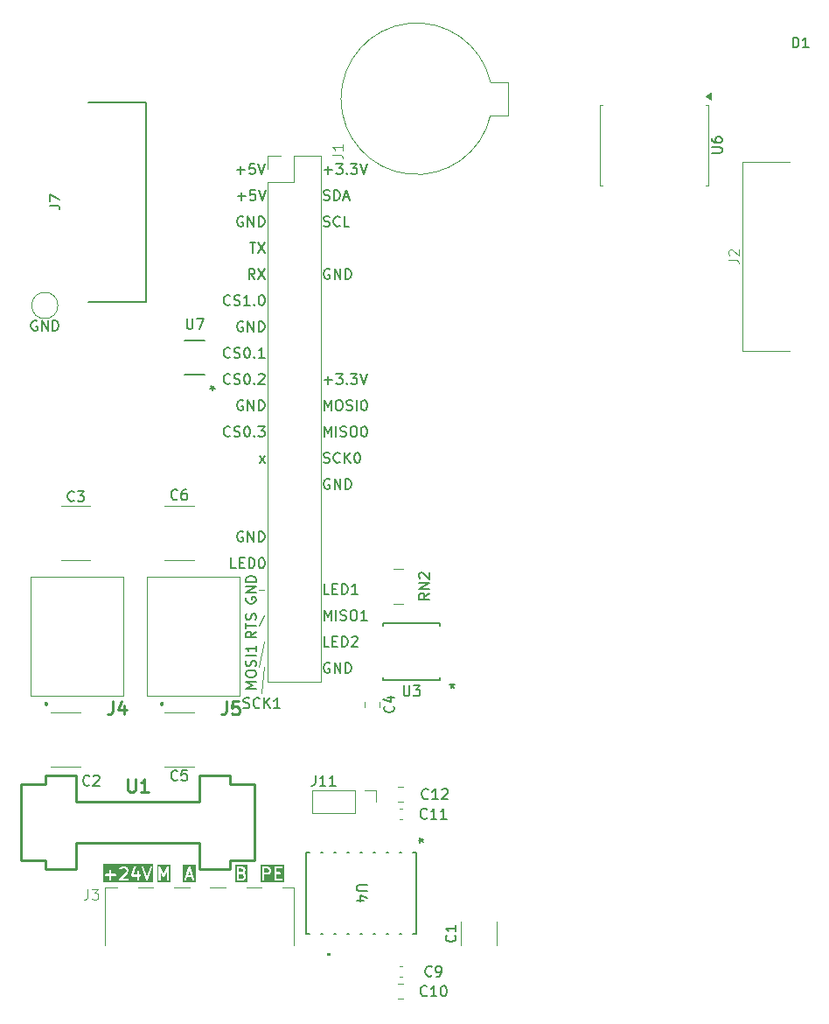
<source format=gbr>
%TF.GenerationSoftware,KiCad,Pcbnew,9.0.1*%
%TF.CreationDate,2025-04-28T14:14:31+03:00*%
%TF.ProjectId,PM_CPU-RP,504d5f43-5055-42d5-9250-2e6b69636164,rev?*%
%TF.SameCoordinates,Original*%
%TF.FileFunction,Legend,Top*%
%TF.FilePolarity,Positive*%
%FSLAX46Y46*%
G04 Gerber Fmt 4.6, Leading zero omitted, Abs format (unit mm)*
G04 Created by KiCad (PCBNEW 9.0.1) date 2025-04-28 14:14:31*
%MOMM*%
%LPD*%
G01*
G04 APERTURE LIST*
%ADD10C,0.100000*%
%ADD11C,0.200000*%
%ADD12C,0.150000*%
%ADD13C,0.254000*%
%ADD14C,0.120000*%
%ADD15C,0.152400*%
%ADD16C,0.000000*%
%ADD17C,0.300000*%
G04 APERTURE END LIST*
D10*
X-15750000Y-12500000D02*
X-16250000Y-15000000D01*
X-15750000Y-10000000D02*
X-16250000Y-11000000D01*
X-15750000Y-7500000D02*
X-16250000Y-7500000D01*
X-15750000Y-15000000D02*
X-16000000Y-17500000D01*
D11*
G36*
X-15344952Y-34484070D02*
G01*
X-15310758Y-34518263D01*
X-15271429Y-34596921D01*
X-15271429Y-34721134D01*
X-15310758Y-34799792D01*
X-15344952Y-34833985D01*
X-15423608Y-34873314D01*
X-15757143Y-34873314D01*
X-15757143Y-34444742D01*
X-15423608Y-34444742D01*
X-15344952Y-34484070D01*
G37*
G36*
X-13854303Y-35778075D02*
G01*
X-16090476Y-35778075D01*
X-16090476Y-34344742D01*
X-15957143Y-34344742D01*
X-15957143Y-35544742D01*
X-15955222Y-35564251D01*
X-15940290Y-35600299D01*
X-15912700Y-35627889D01*
X-15876652Y-35642821D01*
X-15837634Y-35642821D01*
X-15801586Y-35627889D01*
X-15773996Y-35600299D01*
X-15759064Y-35564251D01*
X-15757143Y-35544742D01*
X-15757143Y-35073314D01*
X-15400000Y-35073314D01*
X-15380491Y-35071393D01*
X-15377171Y-35070017D01*
X-15373587Y-35069763D01*
X-15355278Y-35062757D01*
X-15240993Y-35005613D01*
X-15232597Y-35000328D01*
X-15230158Y-34999318D01*
X-15227415Y-34997066D01*
X-15224403Y-34995171D01*
X-15222671Y-34993173D01*
X-15215004Y-34986882D01*
X-15157862Y-34929739D01*
X-15151570Y-34922072D01*
X-15149572Y-34920340D01*
X-15147679Y-34917331D01*
X-15145425Y-34914586D01*
X-15144415Y-34912145D01*
X-15139129Y-34903749D01*
X-15081986Y-34789463D01*
X-15074980Y-34771155D01*
X-15074726Y-34767571D01*
X-15073350Y-34764251D01*
X-15071429Y-34744742D01*
X-15071429Y-34573314D01*
X-15073350Y-34553805D01*
X-15074726Y-34550484D01*
X-15074980Y-34546901D01*
X-15081986Y-34528593D01*
X-15139129Y-34414307D01*
X-15144415Y-34405910D01*
X-15145425Y-34403470D01*
X-15147679Y-34400724D01*
X-15149572Y-34397716D01*
X-15151570Y-34395983D01*
X-15157862Y-34388317D01*
X-15201436Y-34344742D01*
X-14757143Y-34344742D01*
X-14757143Y-35544742D01*
X-14755222Y-35564251D01*
X-14740290Y-35600299D01*
X-14712700Y-35627889D01*
X-14676652Y-35642821D01*
X-14657143Y-35644742D01*
X-14085715Y-35644742D01*
X-14066206Y-35642821D01*
X-14030158Y-35627889D01*
X-14002568Y-35600299D01*
X-13987636Y-35564251D01*
X-13987636Y-35525233D01*
X-14002568Y-35489185D01*
X-14030158Y-35461595D01*
X-14066206Y-35446663D01*
X-14085715Y-35444742D01*
X-14557143Y-35444742D01*
X-14557143Y-35016171D01*
X-14257143Y-35016171D01*
X-14237634Y-35014250D01*
X-14201586Y-34999318D01*
X-14173996Y-34971728D01*
X-14159064Y-34935680D01*
X-14159064Y-34896662D01*
X-14173996Y-34860614D01*
X-14201586Y-34833024D01*
X-14237634Y-34818092D01*
X-14257143Y-34816171D01*
X-14557143Y-34816171D01*
X-14557143Y-34444742D01*
X-14085715Y-34444742D01*
X-14066206Y-34442821D01*
X-14030158Y-34427889D01*
X-14002568Y-34400299D01*
X-13987636Y-34364251D01*
X-13987636Y-34325233D01*
X-14002568Y-34289185D01*
X-14030158Y-34261595D01*
X-14066206Y-34246663D01*
X-14085715Y-34244742D01*
X-14657143Y-34244742D01*
X-14676652Y-34246663D01*
X-14712700Y-34261595D01*
X-14740290Y-34289185D01*
X-14755222Y-34325233D01*
X-14757143Y-34344742D01*
X-15201436Y-34344742D01*
X-15215004Y-34331174D01*
X-15222671Y-34324882D01*
X-15224403Y-34322885D01*
X-15227415Y-34320989D01*
X-15230158Y-34318738D01*
X-15232597Y-34317727D01*
X-15240993Y-34312443D01*
X-15355278Y-34255299D01*
X-15373587Y-34248293D01*
X-15377171Y-34248038D01*
X-15380491Y-34246663D01*
X-15400000Y-34244742D01*
X-15857143Y-34244742D01*
X-15876652Y-34246663D01*
X-15912700Y-34261595D01*
X-15940290Y-34289185D01*
X-15955222Y-34325233D01*
X-15957143Y-34344742D01*
X-16090476Y-34344742D01*
X-16090476Y-34111409D01*
X-13854303Y-34111409D01*
X-13854303Y-35778075D01*
G37*
G36*
X-22853028Y-35101885D02*
G01*
X-23146972Y-35101885D01*
X-23000000Y-34660969D01*
X-22853028Y-35101885D01*
G37*
G36*
X-22367452Y-35777290D02*
G01*
X-23632548Y-35777290D01*
X-23632548Y-35532235D01*
X-23499215Y-35532235D01*
X-23496449Y-35571155D01*
X-23478999Y-35606054D01*
X-23449523Y-35631619D01*
X-23412507Y-35643957D01*
X-23373587Y-35641191D01*
X-23338688Y-35623741D01*
X-23313123Y-35594265D01*
X-23305132Y-35576365D01*
X-23213639Y-35301885D01*
X-22786361Y-35301885D01*
X-22694868Y-35576365D01*
X-22686877Y-35594265D01*
X-22661312Y-35623741D01*
X-22626413Y-35641191D01*
X-22587493Y-35643957D01*
X-22550477Y-35631619D01*
X-22521001Y-35606053D01*
X-22503551Y-35571155D01*
X-22500785Y-35532234D01*
X-22505132Y-35513119D01*
X-22905132Y-34313119D01*
X-22913123Y-34295219D01*
X-22917808Y-34289818D01*
X-22921001Y-34283431D01*
X-22930471Y-34275217D01*
X-22938688Y-34265743D01*
X-22945078Y-34262548D01*
X-22950477Y-34257865D01*
X-22962375Y-34253899D01*
X-22973587Y-34248293D01*
X-22980715Y-34247786D01*
X-22987493Y-34245527D01*
X-23000000Y-34246415D01*
X-23012507Y-34245527D01*
X-23019286Y-34247786D01*
X-23026413Y-34248293D01*
X-23037626Y-34253899D01*
X-23049523Y-34257865D01*
X-23054923Y-34262548D01*
X-23061312Y-34265743D01*
X-23069528Y-34275214D01*
X-23078999Y-34283430D01*
X-23082194Y-34289819D01*
X-23086877Y-34295219D01*
X-23094868Y-34313119D01*
X-23494868Y-35513119D01*
X-23499215Y-35532235D01*
X-23632548Y-35532235D01*
X-23632548Y-34112194D01*
X-22367452Y-34112194D01*
X-22367452Y-35777290D01*
G37*
X-37761905Y18500162D02*
X-37857143Y18547781D01*
X-37857143Y18547781D02*
X-38000000Y18547781D01*
X-38000000Y18547781D02*
X-38142857Y18500162D01*
X-38142857Y18500162D02*
X-38238095Y18404924D01*
X-38238095Y18404924D02*
X-38285714Y18309686D01*
X-38285714Y18309686D02*
X-38333333Y18119210D01*
X-38333333Y18119210D02*
X-38333333Y17976353D01*
X-38333333Y17976353D02*
X-38285714Y17785877D01*
X-38285714Y17785877D02*
X-38238095Y17690639D01*
X-38238095Y17690639D02*
X-38142857Y17595400D01*
X-38142857Y17595400D02*
X-38000000Y17547781D01*
X-38000000Y17547781D02*
X-37904762Y17547781D01*
X-37904762Y17547781D02*
X-37761905Y17595400D01*
X-37761905Y17595400D02*
X-37714286Y17643020D01*
X-37714286Y17643020D02*
X-37714286Y17976353D01*
X-37714286Y17976353D02*
X-37904762Y17976353D01*
X-37285714Y17547781D02*
X-37285714Y18547781D01*
X-37285714Y18547781D02*
X-36714286Y17547781D01*
X-36714286Y17547781D02*
X-36714286Y18547781D01*
X-36238095Y17547781D02*
X-36238095Y18547781D01*
X-36238095Y18547781D02*
X-36000000Y18547781D01*
X-36000000Y18547781D02*
X-35857143Y18500162D01*
X-35857143Y18500162D02*
X-35761905Y18404924D01*
X-35761905Y18404924D02*
X-35714286Y18309686D01*
X-35714286Y18309686D02*
X-35666667Y18119210D01*
X-35666667Y18119210D02*
X-35666667Y17976353D01*
X-35666667Y17976353D02*
X-35714286Y17785877D01*
X-35714286Y17785877D02*
X-35761905Y17690639D01*
X-35761905Y17690639D02*
X-35857143Y17595400D01*
X-35857143Y17595400D02*
X-36000000Y17547781D01*
X-36000000Y17547781D02*
X-36238095Y17547781D01*
G36*
X-17796878Y-35060716D02*
G01*
X-17767902Y-35089691D01*
X-17728572Y-35168348D01*
X-17728572Y-35292563D01*
X-17767901Y-35371221D01*
X-17802095Y-35405414D01*
X-17880750Y-35444742D01*
X-18214286Y-35444742D01*
X-18214286Y-35016171D01*
X-17930513Y-35016171D01*
X-17796878Y-35060716D01*
G37*
G36*
X-17859236Y-34484070D02*
G01*
X-17825045Y-34518262D01*
X-17785715Y-34596921D01*
X-17785715Y-34663993D01*
X-17825045Y-34742651D01*
X-17859236Y-34776842D01*
X-17937893Y-34816171D01*
X-18214286Y-34816171D01*
X-18214286Y-34444742D01*
X-17937893Y-34444742D01*
X-17859236Y-34484070D01*
G37*
G36*
X-17395239Y-35778075D02*
G01*
X-18547619Y-35778075D01*
X-18547619Y-34344742D01*
X-18414286Y-34344742D01*
X-18414286Y-35544742D01*
X-18412365Y-35564251D01*
X-18397433Y-35600299D01*
X-18369843Y-35627889D01*
X-18333795Y-35642821D01*
X-18314286Y-35644742D01*
X-17857143Y-35644742D01*
X-17837634Y-35642821D01*
X-17834314Y-35641445D01*
X-17830730Y-35641191D01*
X-17812422Y-35634185D01*
X-17698137Y-35577043D01*
X-17689741Y-35571757D01*
X-17687301Y-35570747D01*
X-17684555Y-35568493D01*
X-17681547Y-35566600D01*
X-17679817Y-35564605D01*
X-17672147Y-35558311D01*
X-17615005Y-35501168D01*
X-17608713Y-35493501D01*
X-17606715Y-35491769D01*
X-17604822Y-35488760D01*
X-17602568Y-35486015D01*
X-17601558Y-35483574D01*
X-17596272Y-35475178D01*
X-17539129Y-35360892D01*
X-17532123Y-35342584D01*
X-17531869Y-35339000D01*
X-17530493Y-35335680D01*
X-17528572Y-35316171D01*
X-17528572Y-35144742D01*
X-17530493Y-35125233D01*
X-17531869Y-35121912D01*
X-17532123Y-35118329D01*
X-17539129Y-35100021D01*
X-17596272Y-34985735D01*
X-17601558Y-34977337D01*
X-17602568Y-34974899D01*
X-17604821Y-34972154D01*
X-17606715Y-34969145D01*
X-17608713Y-34967412D01*
X-17615005Y-34959746D01*
X-17672147Y-34902603D01*
X-17687301Y-34890167D01*
X-17689011Y-34889459D01*
X-17672146Y-34872595D01*
X-17665855Y-34864928D01*
X-17663858Y-34863197D01*
X-17661963Y-34860185D01*
X-17659710Y-34857441D01*
X-17658701Y-34855003D01*
X-17653415Y-34846607D01*
X-17596272Y-34732321D01*
X-17589266Y-34714013D01*
X-17589012Y-34710429D01*
X-17587636Y-34707109D01*
X-17585715Y-34687600D01*
X-17585715Y-34573314D01*
X-17587636Y-34553805D01*
X-17589012Y-34550484D01*
X-17589266Y-34546901D01*
X-17596272Y-34528593D01*
X-17653415Y-34414307D01*
X-17658700Y-34405910D01*
X-17659710Y-34403472D01*
X-17661964Y-34400726D01*
X-17663858Y-34397716D01*
X-17665855Y-34395984D01*
X-17672146Y-34388318D01*
X-17729289Y-34331175D01*
X-17736956Y-34324882D01*
X-17738688Y-34322885D01*
X-17741698Y-34320990D01*
X-17744442Y-34318738D01*
X-17746881Y-34317727D01*
X-17755278Y-34312442D01*
X-17869565Y-34255299D01*
X-17887873Y-34248293D01*
X-17891457Y-34248038D01*
X-17894777Y-34246663D01*
X-17914286Y-34244742D01*
X-18314286Y-34244742D01*
X-18333795Y-34246663D01*
X-18369843Y-34261595D01*
X-18397433Y-34289185D01*
X-18412365Y-34325233D01*
X-18414286Y-34344742D01*
X-18547619Y-34344742D01*
X-18547619Y-34111409D01*
X-17395239Y-34111409D01*
X-17395239Y-35778075D01*
G37*
G36*
X-26481738Y-35778075D02*
G01*
X-31345697Y-35778075D01*
X-31345697Y-35068091D01*
X-31212364Y-35068091D01*
X-31212364Y-35107109D01*
X-31197432Y-35143157D01*
X-31169842Y-35170747D01*
X-31133794Y-35185679D01*
X-31114285Y-35187600D01*
X-30757142Y-35187600D01*
X-30757142Y-35544742D01*
X-30755221Y-35564251D01*
X-30740289Y-35600299D01*
X-30712699Y-35627889D01*
X-30676651Y-35642821D01*
X-30637633Y-35642821D01*
X-30601585Y-35627889D01*
X-30573995Y-35600299D01*
X-30559063Y-35564251D01*
X-30557142Y-35544742D01*
X-30557142Y-35525233D01*
X-29840936Y-35525233D01*
X-29840936Y-35564251D01*
X-29826004Y-35600299D01*
X-29798414Y-35627889D01*
X-29762366Y-35642821D01*
X-29742857Y-35644742D01*
X-29000000Y-35644742D01*
X-28980491Y-35642821D01*
X-28944443Y-35627889D01*
X-28916853Y-35600299D01*
X-28901921Y-35564251D01*
X-28901921Y-35525233D01*
X-28916853Y-35489185D01*
X-28944443Y-35461595D01*
X-28980491Y-35446663D01*
X-29000000Y-35444742D01*
X-29501435Y-35444742D01*
X-29188928Y-35132235D01*
X-28642072Y-35132235D01*
X-28640936Y-35148219D01*
X-28640936Y-35164251D01*
X-28639561Y-35167571D01*
X-28639306Y-35171155D01*
X-28632139Y-35185490D01*
X-28626004Y-35200299D01*
X-28623464Y-35202839D01*
X-28621856Y-35206054D01*
X-28609745Y-35216558D01*
X-28598414Y-35227889D01*
X-28595096Y-35229263D01*
X-28592380Y-35231619D01*
X-28577171Y-35236688D01*
X-28562366Y-35242821D01*
X-28557266Y-35243323D01*
X-28555364Y-35243957D01*
X-28552731Y-35243769D01*
X-28542857Y-35244742D01*
X-28071428Y-35244742D01*
X-28071428Y-35544742D01*
X-28069507Y-35564251D01*
X-28054575Y-35600299D01*
X-28026985Y-35627889D01*
X-27990937Y-35642821D01*
X-27951919Y-35642821D01*
X-27915871Y-35627889D01*
X-27888281Y-35600299D01*
X-27873349Y-35564251D01*
X-27871428Y-35544742D01*
X-27871428Y-35244742D01*
X-27800000Y-35244742D01*
X-27780491Y-35242821D01*
X-27744443Y-35227889D01*
X-27716853Y-35200299D01*
X-27701921Y-35164251D01*
X-27701921Y-35125233D01*
X-27716853Y-35089185D01*
X-27744443Y-35061595D01*
X-27780491Y-35046663D01*
X-27800000Y-35044742D01*
X-27871428Y-35044742D01*
X-27871428Y-34744742D01*
X-27873349Y-34725233D01*
X-27888281Y-34689185D01*
X-27915871Y-34661595D01*
X-27951919Y-34646663D01*
X-27990937Y-34646663D01*
X-28026985Y-34661595D01*
X-28054575Y-34689185D01*
X-28069507Y-34725233D01*
X-28071428Y-34744742D01*
X-28071428Y-35044742D01*
X-28404115Y-35044742D01*
X-28174950Y-34357249D01*
X-27613501Y-34357249D01*
X-27609154Y-34376365D01*
X-27209154Y-35576365D01*
X-27201163Y-35594265D01*
X-27196480Y-35599664D01*
X-27193285Y-35606054D01*
X-27183814Y-35614269D01*
X-27175598Y-35623741D01*
X-27169209Y-35626935D01*
X-27163809Y-35631619D01*
X-27151912Y-35635584D01*
X-27140699Y-35641191D01*
X-27133572Y-35641697D01*
X-27126793Y-35643957D01*
X-27114286Y-35643068D01*
X-27101779Y-35643957D01*
X-27095001Y-35641697D01*
X-27087873Y-35641191D01*
X-27076661Y-35635584D01*
X-27064763Y-35631619D01*
X-27059364Y-35626935D01*
X-27052974Y-35623741D01*
X-27044757Y-35614266D01*
X-27035287Y-35606053D01*
X-27032094Y-35599665D01*
X-27027409Y-35594265D01*
X-27019418Y-35576365D01*
X-26619418Y-34376365D01*
X-26615071Y-34357250D01*
X-26617837Y-34318329D01*
X-26635287Y-34283431D01*
X-26664763Y-34257865D01*
X-26701779Y-34245527D01*
X-26740699Y-34248293D01*
X-26775598Y-34265743D01*
X-26801163Y-34295219D01*
X-26809154Y-34313119D01*
X-27114286Y-35228515D01*
X-27419418Y-34313119D01*
X-27427409Y-34295219D01*
X-27452974Y-34265743D01*
X-27487873Y-34248293D01*
X-27526793Y-34245527D01*
X-27563809Y-34257865D01*
X-27593285Y-34283430D01*
X-27610735Y-34318329D01*
X-27613501Y-34357249D01*
X-28174950Y-34357249D01*
X-28162275Y-34319223D01*
X-28157928Y-34300107D01*
X-28160694Y-34261187D01*
X-28178144Y-34226288D01*
X-28207620Y-34200723D01*
X-28244636Y-34188385D01*
X-28283556Y-34191151D01*
X-28318455Y-34208601D01*
X-28344020Y-34238077D01*
X-28352011Y-34255977D01*
X-28637725Y-35113119D01*
X-28639925Y-35122790D01*
X-28640936Y-35125233D01*
X-28640936Y-35127239D01*
X-28642072Y-35132235D01*
X-29188928Y-35132235D01*
X-28986432Y-34929739D01*
X-28973996Y-34914585D01*
X-28972622Y-34911266D01*
X-28970266Y-34908551D01*
X-28962275Y-34890651D01*
X-28905132Y-34719223D01*
X-28902933Y-34709550D01*
X-28901921Y-34707109D01*
X-28901573Y-34703571D01*
X-28900785Y-34700108D01*
X-28900973Y-34697473D01*
X-28900000Y-34687600D01*
X-28900000Y-34573314D01*
X-28901921Y-34553805D01*
X-28903297Y-34550484D01*
X-28903551Y-34546901D01*
X-28910557Y-34528593D01*
X-28967700Y-34414307D01*
X-28972985Y-34405910D01*
X-28973995Y-34403472D01*
X-28976249Y-34400726D01*
X-28978143Y-34397716D01*
X-28980140Y-34395984D01*
X-28986431Y-34388318D01*
X-29043574Y-34331175D01*
X-29051241Y-34324882D01*
X-29052973Y-34322885D01*
X-29055983Y-34320990D01*
X-29058727Y-34318738D01*
X-29061166Y-34317727D01*
X-29069563Y-34312442D01*
X-29183850Y-34255299D01*
X-29202158Y-34248293D01*
X-29205742Y-34248038D01*
X-29209062Y-34246663D01*
X-29228571Y-34244742D01*
X-29514285Y-34244742D01*
X-29533794Y-34246663D01*
X-29537115Y-34248038D01*
X-29540698Y-34248293D01*
X-29559006Y-34255299D01*
X-29673292Y-34312442D01*
X-29681689Y-34317727D01*
X-29684129Y-34318738D01*
X-29686875Y-34320991D01*
X-29689883Y-34322885D01*
X-29691616Y-34324882D01*
X-29699282Y-34331175D01*
X-29756425Y-34388317D01*
X-29768861Y-34403471D01*
X-29783793Y-34439519D01*
X-29783793Y-34478537D01*
X-29768861Y-34514585D01*
X-29741271Y-34542175D01*
X-29705223Y-34557107D01*
X-29666205Y-34557107D01*
X-29630157Y-34542175D01*
X-29615003Y-34529739D01*
X-29569336Y-34484070D01*
X-29490677Y-34444742D01*
X-29252178Y-34444742D01*
X-29173521Y-34484070D01*
X-29139330Y-34518262D01*
X-29100000Y-34596921D01*
X-29100000Y-34671372D01*
X-29144546Y-34805008D01*
X-29813568Y-35474031D01*
X-29826004Y-35489185D01*
X-29840936Y-35525233D01*
X-30557142Y-35525233D01*
X-30557142Y-35187600D01*
X-30199999Y-35187600D01*
X-30180490Y-35185679D01*
X-30144442Y-35170747D01*
X-30116852Y-35143157D01*
X-30101920Y-35107109D01*
X-30101920Y-35068091D01*
X-30116852Y-35032043D01*
X-30144442Y-35004453D01*
X-30180490Y-34989521D01*
X-30199999Y-34987600D01*
X-30557142Y-34987600D01*
X-30557142Y-34630457D01*
X-30559063Y-34610948D01*
X-30573995Y-34574900D01*
X-30601585Y-34547310D01*
X-30637633Y-34532378D01*
X-30676651Y-34532378D01*
X-30712699Y-34547310D01*
X-30740289Y-34574900D01*
X-30755221Y-34610948D01*
X-30757142Y-34630457D01*
X-30757142Y-34987600D01*
X-31114285Y-34987600D01*
X-31133794Y-34989521D01*
X-31169842Y-35004453D01*
X-31197432Y-35032043D01*
X-31212364Y-35068091D01*
X-31345697Y-35068091D01*
X-31345697Y-34055052D01*
X-26481738Y-34055052D01*
X-26481738Y-35778075D01*
G37*
G36*
X-24866667Y-35776154D02*
G01*
X-26133333Y-35776154D01*
X-26133333Y-34344742D01*
X-26000000Y-34344742D01*
X-26000000Y-35544742D01*
X-25998079Y-35564251D01*
X-25983147Y-35600299D01*
X-25955557Y-35627889D01*
X-25919509Y-35642821D01*
X-25880491Y-35642821D01*
X-25844443Y-35627889D01*
X-25816853Y-35600299D01*
X-25801921Y-35564251D01*
X-25800000Y-35544742D01*
X-25800000Y-34795498D01*
X-25590618Y-35244174D01*
X-25586386Y-35251319D01*
X-25585506Y-35253737D01*
X-25583941Y-35255446D01*
X-25580627Y-35261040D01*
X-25569417Y-35271306D01*
X-25559155Y-35282512D01*
X-25555130Y-35284390D01*
X-25551852Y-35287392D01*
X-25537570Y-35292585D01*
X-25523797Y-35299013D01*
X-25519358Y-35299208D01*
X-25515183Y-35300726D01*
X-25500000Y-35300058D01*
X-25484817Y-35300726D01*
X-25480644Y-35299208D01*
X-25476202Y-35299013D01*
X-25462418Y-35292580D01*
X-25448148Y-35287391D01*
X-25444875Y-35284393D01*
X-25440845Y-35282513D01*
X-25430576Y-35271298D01*
X-25419373Y-35261040D01*
X-25416062Y-35255449D01*
X-25414493Y-35253737D01*
X-25413613Y-35251315D01*
X-25409382Y-35244174D01*
X-25200000Y-34795497D01*
X-25200000Y-35544742D01*
X-25198079Y-35564251D01*
X-25183147Y-35600299D01*
X-25155557Y-35627889D01*
X-25119509Y-35642821D01*
X-25080491Y-35642821D01*
X-25044443Y-35627889D01*
X-25016853Y-35600299D01*
X-25001921Y-35564251D01*
X-25000000Y-35544742D01*
X-25000000Y-34344742D01*
X-25001263Y-34331918D01*
X-25001159Y-34329559D01*
X-25001620Y-34328291D01*
X-25001921Y-34325233D01*
X-25008562Y-34309202D01*
X-25014493Y-34292890D01*
X-25016000Y-34291244D01*
X-25016853Y-34289185D01*
X-25029115Y-34276923D01*
X-25040845Y-34264114D01*
X-25042869Y-34263169D01*
X-25044443Y-34261595D01*
X-25060459Y-34254960D01*
X-25076202Y-34247614D01*
X-25078432Y-34247516D01*
X-25080491Y-34246663D01*
X-25097843Y-34246663D01*
X-25115183Y-34245901D01*
X-25117279Y-34246663D01*
X-25119509Y-34246663D01*
X-25135540Y-34253303D01*
X-25151852Y-34259235D01*
X-25153498Y-34260741D01*
X-25155557Y-34261595D01*
X-25167825Y-34273862D01*
X-25180627Y-34285587D01*
X-25182194Y-34288231D01*
X-25183147Y-34289185D01*
X-25184051Y-34291366D01*
X-25190618Y-34302453D01*
X-25500001Y-34965414D01*
X-25809382Y-34302453D01*
X-25815950Y-34291366D01*
X-25816853Y-34289185D01*
X-25817807Y-34288231D01*
X-25819373Y-34285587D01*
X-25832170Y-34273868D01*
X-25844443Y-34261595D01*
X-25846505Y-34260741D01*
X-25848148Y-34259236D01*
X-25864450Y-34253307D01*
X-25880491Y-34246663D01*
X-25882722Y-34246663D01*
X-25884817Y-34245901D01*
X-25902157Y-34246663D01*
X-25919509Y-34246663D01*
X-25921569Y-34247516D01*
X-25923797Y-34247614D01*
X-25939528Y-34254955D01*
X-25955557Y-34261595D01*
X-25957134Y-34263171D01*
X-25959155Y-34264115D01*
X-25970874Y-34276911D01*
X-25983147Y-34289185D01*
X-25984001Y-34291246D01*
X-25985506Y-34292890D01*
X-25991435Y-34309191D01*
X-25998079Y-34325233D01*
X-25998381Y-34328291D01*
X-25998841Y-34329559D01*
X-25998738Y-34331918D01*
X-26000000Y-34344742D01*
X-26133333Y-34344742D01*
X-26133333Y-34112568D01*
X-24866667Y-34112568D01*
X-24866667Y-35776154D01*
G37*
D12*
X224819Y-7840476D02*
X-251372Y-8173809D01*
X224819Y-8411904D02*
X-775181Y-8411904D01*
X-775181Y-8411904D02*
X-775181Y-8030952D01*
X-775181Y-8030952D02*
X-727562Y-7935714D01*
X-727562Y-7935714D02*
X-679943Y-7888095D01*
X-679943Y-7888095D02*
X-584705Y-7840476D01*
X-584705Y-7840476D02*
X-441848Y-7840476D01*
X-441848Y-7840476D02*
X-346610Y-7888095D01*
X-346610Y-7888095D02*
X-298991Y-7935714D01*
X-298991Y-7935714D02*
X-251372Y-8030952D01*
X-251372Y-8030952D02*
X-251372Y-8411904D01*
X224819Y-7411904D02*
X-775181Y-7411904D01*
X-775181Y-7411904D02*
X224819Y-6840476D01*
X224819Y-6840476D02*
X-775181Y-6840476D01*
X-679943Y-6411904D02*
X-727562Y-6364285D01*
X-727562Y-6364285D02*
X-775181Y-6269047D01*
X-775181Y-6269047D02*
X-775181Y-6030952D01*
X-775181Y-6030952D02*
X-727562Y-5935714D01*
X-727562Y-5935714D02*
X-679943Y-5888095D01*
X-679943Y-5888095D02*
X-584705Y-5840476D01*
X-584705Y-5840476D02*
X-489467Y-5840476D01*
X-489467Y-5840476D02*
X-346610Y-5888095D01*
X-346610Y-5888095D02*
X224819Y-6459523D01*
X224819Y-6459523D02*
X224819Y-5840476D01*
X-3270420Y-18746666D02*
X-3222800Y-18794285D01*
X-3222800Y-18794285D02*
X-3175181Y-18937142D01*
X-3175181Y-18937142D02*
X-3175181Y-19032380D01*
X-3175181Y-19032380D02*
X-3222800Y-19175237D01*
X-3222800Y-19175237D02*
X-3318039Y-19270475D01*
X-3318039Y-19270475D02*
X-3413277Y-19318094D01*
X-3413277Y-19318094D02*
X-3603753Y-19365713D01*
X-3603753Y-19365713D02*
X-3746610Y-19365713D01*
X-3746610Y-19365713D02*
X-3937086Y-19318094D01*
X-3937086Y-19318094D02*
X-4032324Y-19270475D01*
X-4032324Y-19270475D02*
X-4127562Y-19175237D01*
X-4127562Y-19175237D02*
X-4175181Y-19032380D01*
X-4175181Y-19032380D02*
X-4175181Y-18937142D01*
X-4175181Y-18937142D02*
X-4127562Y-18794285D01*
X-4127562Y-18794285D02*
X-4079943Y-18746666D01*
X-3841848Y-17889523D02*
X-3175181Y-17889523D01*
X-4222800Y-18127618D02*
X-3508515Y-18365713D01*
X-3508515Y-18365713D02*
X-3508515Y-17746666D01*
X-23261905Y18720181D02*
X-23261905Y17910658D01*
X-23261905Y17910658D02*
X-23214286Y17815420D01*
X-23214286Y17815420D02*
X-23166667Y17767800D01*
X-23166667Y17767800D02*
X-23071429Y17720181D01*
X-23071429Y17720181D02*
X-22880953Y17720181D01*
X-22880953Y17720181D02*
X-22785715Y17767800D01*
X-22785715Y17767800D02*
X-22738096Y17815420D01*
X-22738096Y17815420D02*
X-22690477Y17910658D01*
X-22690477Y17910658D02*
X-22690477Y18720181D01*
X-22309524Y18720181D02*
X-21642858Y18720181D01*
X-21642858Y18720181D02*
X-22071429Y17720181D01*
X-20779151Y11803020D02*
X-20779151Y12041115D01*
X-20541056Y11945877D02*
X-20779151Y12041115D01*
X-20779151Y12041115D02*
X-21017246Y11945877D01*
X-20636294Y12231591D02*
X-20779151Y12041115D01*
X-20779151Y12041115D02*
X-20922008Y12231591D01*
D10*
X29207419Y24416667D02*
X29921704Y24416667D01*
X29921704Y24416667D02*
X30064561Y24369048D01*
X30064561Y24369048D02*
X30159800Y24273810D01*
X30159800Y24273810D02*
X30207419Y24130953D01*
X30207419Y24130953D02*
X30207419Y24035715D01*
X29302657Y24845239D02*
X29255038Y24892858D01*
X29255038Y24892858D02*
X29207419Y24988096D01*
X29207419Y24988096D02*
X29207419Y25226191D01*
X29207419Y25226191D02*
X29255038Y25321429D01*
X29255038Y25321429D02*
X29302657Y25369048D01*
X29302657Y25369048D02*
X29397895Y25416667D01*
X29397895Y25416667D02*
X29493133Y25416667D01*
X29493133Y25416667D02*
X29635990Y25369048D01*
X29635990Y25369048D02*
X30207419Y24797620D01*
X30207419Y24797620D02*
X30207419Y25416667D01*
X-9162581Y34586667D02*
X-8448296Y34586667D01*
X-8448296Y34586667D02*
X-8305439Y34539048D01*
X-8305439Y34539048D02*
X-8210200Y34443810D01*
X-8210200Y34443810D02*
X-8162581Y34300953D01*
X-8162581Y34300953D02*
X-8162581Y34205715D01*
X-8162581Y35586667D02*
X-8162581Y35015239D01*
X-8162581Y35300953D02*
X-9162581Y35300953D01*
X-9162581Y35300953D02*
X-9019724Y35205715D01*
X-9019724Y35205715D02*
X-8924486Y35110477D01*
X-8924486Y35110477D02*
X-8876867Y35015239D01*
D12*
X-34166667Y1140420D02*
X-34214286Y1092800D01*
X-34214286Y1092800D02*
X-34357143Y1045181D01*
X-34357143Y1045181D02*
X-34452381Y1045181D01*
X-34452381Y1045181D02*
X-34595238Y1092800D01*
X-34595238Y1092800D02*
X-34690476Y1188039D01*
X-34690476Y1188039D02*
X-34738095Y1283277D01*
X-34738095Y1283277D02*
X-34785714Y1473753D01*
X-34785714Y1473753D02*
X-34785714Y1616610D01*
X-34785714Y1616610D02*
X-34738095Y1807086D01*
X-34738095Y1807086D02*
X-34690476Y1902324D01*
X-34690476Y1902324D02*
X-34595238Y1997562D01*
X-34595238Y1997562D02*
X-34452381Y2045181D01*
X-34452381Y2045181D02*
X-34357143Y2045181D01*
X-34357143Y2045181D02*
X-34214286Y1997562D01*
X-34214286Y1997562D02*
X-34166667Y1949943D01*
X-33833333Y2045181D02*
X-33214286Y2045181D01*
X-33214286Y2045181D02*
X-33547619Y1664229D01*
X-33547619Y1664229D02*
X-33404762Y1664229D01*
X-33404762Y1664229D02*
X-33309524Y1616610D01*
X-33309524Y1616610D02*
X-33261905Y1568991D01*
X-33261905Y1568991D02*
X-33214286Y1473753D01*
X-33214286Y1473753D02*
X-33214286Y1235658D01*
X-33214286Y1235658D02*
X-33261905Y1140420D01*
X-33261905Y1140420D02*
X-33309524Y1092800D01*
X-33309524Y1092800D02*
X-33404762Y1045181D01*
X-33404762Y1045181D02*
X-33690476Y1045181D01*
X-33690476Y1045181D02*
X-33785714Y1092800D01*
X-33785714Y1092800D02*
X-33833333Y1140420D01*
X35421905Y44945181D02*
X35421905Y45945181D01*
X35421905Y45945181D02*
X35660000Y45945181D01*
X35660000Y45945181D02*
X35802857Y45897562D01*
X35802857Y45897562D02*
X35898095Y45802324D01*
X35898095Y45802324D02*
X35945714Y45707086D01*
X35945714Y45707086D02*
X35993333Y45516610D01*
X35993333Y45516610D02*
X35993333Y45373753D01*
X35993333Y45373753D02*
X35945714Y45183277D01*
X35945714Y45183277D02*
X35898095Y45088039D01*
X35898095Y45088039D02*
X35802857Y44992800D01*
X35802857Y44992800D02*
X35660000Y44945181D01*
X35660000Y44945181D02*
X35421905Y44945181D01*
X36945714Y44945181D02*
X36374286Y44945181D01*
X36660000Y44945181D02*
X36660000Y45945181D01*
X36660000Y45945181D02*
X36564762Y45802324D01*
X36564762Y45802324D02*
X36469524Y45707086D01*
X36469524Y45707086D02*
X36374286Y45659467D01*
D11*
X-19055388Y15033020D02*
X-19103007Y14985400D01*
X-19103007Y14985400D02*
X-19245864Y14937781D01*
X-19245864Y14937781D02*
X-19341102Y14937781D01*
X-19341102Y14937781D02*
X-19483959Y14985400D01*
X-19483959Y14985400D02*
X-19579197Y15080639D01*
X-19579197Y15080639D02*
X-19626816Y15175877D01*
X-19626816Y15175877D02*
X-19674435Y15366353D01*
X-19674435Y15366353D02*
X-19674435Y15509210D01*
X-19674435Y15509210D02*
X-19626816Y15699686D01*
X-19626816Y15699686D02*
X-19579197Y15794924D01*
X-19579197Y15794924D02*
X-19483959Y15890162D01*
X-19483959Y15890162D02*
X-19341102Y15937781D01*
X-19341102Y15937781D02*
X-19245864Y15937781D01*
X-19245864Y15937781D02*
X-19103007Y15890162D01*
X-19103007Y15890162D02*
X-19055388Y15842543D01*
X-18674435Y14985400D02*
X-18531578Y14937781D01*
X-18531578Y14937781D02*
X-18293483Y14937781D01*
X-18293483Y14937781D02*
X-18198245Y14985400D01*
X-18198245Y14985400D02*
X-18150626Y15033020D01*
X-18150626Y15033020D02*
X-18103007Y15128258D01*
X-18103007Y15128258D02*
X-18103007Y15223496D01*
X-18103007Y15223496D02*
X-18150626Y15318734D01*
X-18150626Y15318734D02*
X-18198245Y15366353D01*
X-18198245Y15366353D02*
X-18293483Y15413972D01*
X-18293483Y15413972D02*
X-18483959Y15461591D01*
X-18483959Y15461591D02*
X-18579197Y15509210D01*
X-18579197Y15509210D02*
X-18626816Y15556829D01*
X-18626816Y15556829D02*
X-18674435Y15652067D01*
X-18674435Y15652067D02*
X-18674435Y15747305D01*
X-18674435Y15747305D02*
X-18626816Y15842543D01*
X-18626816Y15842543D02*
X-18579197Y15890162D01*
X-18579197Y15890162D02*
X-18483959Y15937781D01*
X-18483959Y15937781D02*
X-18245864Y15937781D01*
X-18245864Y15937781D02*
X-18103007Y15890162D01*
X-17483959Y15937781D02*
X-17388721Y15937781D01*
X-17388721Y15937781D02*
X-17293483Y15890162D01*
X-17293483Y15890162D02*
X-17245864Y15842543D01*
X-17245864Y15842543D02*
X-17198245Y15747305D01*
X-17198245Y15747305D02*
X-17150626Y15556829D01*
X-17150626Y15556829D02*
X-17150626Y15318734D01*
X-17150626Y15318734D02*
X-17198245Y15128258D01*
X-17198245Y15128258D02*
X-17245864Y15033020D01*
X-17245864Y15033020D02*
X-17293483Y14985400D01*
X-17293483Y14985400D02*
X-17388721Y14937781D01*
X-17388721Y14937781D02*
X-17483959Y14937781D01*
X-17483959Y14937781D02*
X-17579197Y14985400D01*
X-17579197Y14985400D02*
X-17626816Y15033020D01*
X-17626816Y15033020D02*
X-17674435Y15128258D01*
X-17674435Y15128258D02*
X-17722054Y15318734D01*
X-17722054Y15318734D02*
X-17722054Y15556829D01*
X-17722054Y15556829D02*
X-17674435Y15747305D01*
X-17674435Y15747305D02*
X-17626816Y15842543D01*
X-17626816Y15842543D02*
X-17579197Y15890162D01*
X-17579197Y15890162D02*
X-17483959Y15937781D01*
X-16722054Y15033020D02*
X-16674435Y14985400D01*
X-16674435Y14985400D02*
X-16722054Y14937781D01*
X-16722054Y14937781D02*
X-16769673Y14985400D01*
X-16769673Y14985400D02*
X-16722054Y15033020D01*
X-16722054Y15033020D02*
X-16722054Y14937781D01*
X-15722055Y14937781D02*
X-16293483Y14937781D01*
X-16007769Y14937781D02*
X-16007769Y15937781D01*
X-16007769Y15937781D02*
X-16103007Y15794924D01*
X-16103007Y15794924D02*
X-16198245Y15699686D01*
X-16198245Y15699686D02*
X-16293483Y15652067D01*
X-17150626Y26097781D02*
X-16579198Y26097781D01*
X-16864912Y25097781D02*
X-16864912Y26097781D01*
X-16341102Y26097781D02*
X-15674436Y25097781D01*
X-15674436Y26097781D02*
X-16341102Y25097781D01*
X-17817293Y10810162D02*
X-17912531Y10857781D01*
X-17912531Y10857781D02*
X-18055388Y10857781D01*
X-18055388Y10857781D02*
X-18198245Y10810162D01*
X-18198245Y10810162D02*
X-18293483Y10714924D01*
X-18293483Y10714924D02*
X-18341102Y10619686D01*
X-18341102Y10619686D02*
X-18388721Y10429210D01*
X-18388721Y10429210D02*
X-18388721Y10286353D01*
X-18388721Y10286353D02*
X-18341102Y10095877D01*
X-18341102Y10095877D02*
X-18293483Y10000639D01*
X-18293483Y10000639D02*
X-18198245Y9905400D01*
X-18198245Y9905400D02*
X-18055388Y9857781D01*
X-18055388Y9857781D02*
X-17960150Y9857781D01*
X-17960150Y9857781D02*
X-17817293Y9905400D01*
X-17817293Y9905400D02*
X-17769674Y9953020D01*
X-17769674Y9953020D02*
X-17769674Y10286353D01*
X-17769674Y10286353D02*
X-17960150Y10286353D01*
X-17341102Y9857781D02*
X-17341102Y10857781D01*
X-17341102Y10857781D02*
X-16769674Y9857781D01*
X-16769674Y9857781D02*
X-16769674Y10857781D01*
X-16293483Y9857781D02*
X-16293483Y10857781D01*
X-16293483Y10857781D02*
X-16055388Y10857781D01*
X-16055388Y10857781D02*
X-15912531Y10810162D01*
X-15912531Y10810162D02*
X-15817293Y10714924D01*
X-15817293Y10714924D02*
X-15769674Y10619686D01*
X-15769674Y10619686D02*
X-15722055Y10429210D01*
X-15722055Y10429210D02*
X-15722055Y10286353D01*
X-15722055Y10286353D02*
X-15769674Y10095877D01*
X-15769674Y10095877D02*
X-15817293Y10000639D01*
X-15817293Y10000639D02*
X-15912531Y9905400D01*
X-15912531Y9905400D02*
X-16055388Y9857781D01*
X-16055388Y9857781D02*
X-16293483Y9857781D01*
X-9950327Y33098734D02*
X-9188422Y33098734D01*
X-9569375Y32717781D02*
X-9569375Y33479686D01*
X-8807470Y33717781D02*
X-8188423Y33717781D01*
X-8188423Y33717781D02*
X-8521756Y33336829D01*
X-8521756Y33336829D02*
X-8378899Y33336829D01*
X-8378899Y33336829D02*
X-8283661Y33289210D01*
X-8283661Y33289210D02*
X-8236042Y33241591D01*
X-8236042Y33241591D02*
X-8188423Y33146353D01*
X-8188423Y33146353D02*
X-8188423Y32908258D01*
X-8188423Y32908258D02*
X-8236042Y32813020D01*
X-8236042Y32813020D02*
X-8283661Y32765400D01*
X-8283661Y32765400D02*
X-8378899Y32717781D01*
X-8378899Y32717781D02*
X-8664613Y32717781D01*
X-8664613Y32717781D02*
X-8759851Y32765400D01*
X-8759851Y32765400D02*
X-8807470Y32813020D01*
X-7759851Y32813020D02*
X-7712232Y32765400D01*
X-7712232Y32765400D02*
X-7759851Y32717781D01*
X-7759851Y32717781D02*
X-7807470Y32765400D01*
X-7807470Y32765400D02*
X-7759851Y32813020D01*
X-7759851Y32813020D02*
X-7759851Y32717781D01*
X-7378899Y33717781D02*
X-6759852Y33717781D01*
X-6759852Y33717781D02*
X-7093185Y33336829D01*
X-7093185Y33336829D02*
X-6950328Y33336829D01*
X-6950328Y33336829D02*
X-6855090Y33289210D01*
X-6855090Y33289210D02*
X-6807471Y33241591D01*
X-6807471Y33241591D02*
X-6759852Y33146353D01*
X-6759852Y33146353D02*
X-6759852Y32908258D01*
X-6759852Y32908258D02*
X-6807471Y32813020D01*
X-6807471Y32813020D02*
X-6855090Y32765400D01*
X-6855090Y32765400D02*
X-6950328Y32717781D01*
X-6950328Y32717781D02*
X-7236042Y32717781D01*
X-7236042Y32717781D02*
X-7331280Y32765400D01*
X-7331280Y32765400D02*
X-7378899Y32813020D01*
X-6474137Y33717781D02*
X-6140804Y32717781D01*
X-6140804Y32717781D02*
X-5807471Y33717781D01*
X-19055388Y7413020D02*
X-19103007Y7365400D01*
X-19103007Y7365400D02*
X-19245864Y7317781D01*
X-19245864Y7317781D02*
X-19341102Y7317781D01*
X-19341102Y7317781D02*
X-19483959Y7365400D01*
X-19483959Y7365400D02*
X-19579197Y7460639D01*
X-19579197Y7460639D02*
X-19626816Y7555877D01*
X-19626816Y7555877D02*
X-19674435Y7746353D01*
X-19674435Y7746353D02*
X-19674435Y7889210D01*
X-19674435Y7889210D02*
X-19626816Y8079686D01*
X-19626816Y8079686D02*
X-19579197Y8174924D01*
X-19579197Y8174924D02*
X-19483959Y8270162D01*
X-19483959Y8270162D02*
X-19341102Y8317781D01*
X-19341102Y8317781D02*
X-19245864Y8317781D01*
X-19245864Y8317781D02*
X-19103007Y8270162D01*
X-19103007Y8270162D02*
X-19055388Y8222543D01*
X-18674435Y7365400D02*
X-18531578Y7317781D01*
X-18531578Y7317781D02*
X-18293483Y7317781D01*
X-18293483Y7317781D02*
X-18198245Y7365400D01*
X-18198245Y7365400D02*
X-18150626Y7413020D01*
X-18150626Y7413020D02*
X-18103007Y7508258D01*
X-18103007Y7508258D02*
X-18103007Y7603496D01*
X-18103007Y7603496D02*
X-18150626Y7698734D01*
X-18150626Y7698734D02*
X-18198245Y7746353D01*
X-18198245Y7746353D02*
X-18293483Y7793972D01*
X-18293483Y7793972D02*
X-18483959Y7841591D01*
X-18483959Y7841591D02*
X-18579197Y7889210D01*
X-18579197Y7889210D02*
X-18626816Y7936829D01*
X-18626816Y7936829D02*
X-18674435Y8032067D01*
X-18674435Y8032067D02*
X-18674435Y8127305D01*
X-18674435Y8127305D02*
X-18626816Y8222543D01*
X-18626816Y8222543D02*
X-18579197Y8270162D01*
X-18579197Y8270162D02*
X-18483959Y8317781D01*
X-18483959Y8317781D02*
X-18245864Y8317781D01*
X-18245864Y8317781D02*
X-18103007Y8270162D01*
X-17483959Y8317781D02*
X-17388721Y8317781D01*
X-17388721Y8317781D02*
X-17293483Y8270162D01*
X-17293483Y8270162D02*
X-17245864Y8222543D01*
X-17245864Y8222543D02*
X-17198245Y8127305D01*
X-17198245Y8127305D02*
X-17150626Y7936829D01*
X-17150626Y7936829D02*
X-17150626Y7698734D01*
X-17150626Y7698734D02*
X-17198245Y7508258D01*
X-17198245Y7508258D02*
X-17245864Y7413020D01*
X-17245864Y7413020D02*
X-17293483Y7365400D01*
X-17293483Y7365400D02*
X-17388721Y7317781D01*
X-17388721Y7317781D02*
X-17483959Y7317781D01*
X-17483959Y7317781D02*
X-17579197Y7365400D01*
X-17579197Y7365400D02*
X-17626816Y7413020D01*
X-17626816Y7413020D02*
X-17674435Y7508258D01*
X-17674435Y7508258D02*
X-17722054Y7698734D01*
X-17722054Y7698734D02*
X-17722054Y7936829D01*
X-17722054Y7936829D02*
X-17674435Y8127305D01*
X-17674435Y8127305D02*
X-17626816Y8222543D01*
X-17626816Y8222543D02*
X-17579197Y8270162D01*
X-17579197Y8270162D02*
X-17483959Y8317781D01*
X-16722054Y7413020D02*
X-16674435Y7365400D01*
X-16674435Y7365400D02*
X-16722054Y7317781D01*
X-16722054Y7317781D02*
X-16769673Y7365400D01*
X-16769673Y7365400D02*
X-16722054Y7413020D01*
X-16722054Y7413020D02*
X-16722054Y7317781D01*
X-16341102Y8317781D02*
X-15722055Y8317781D01*
X-15722055Y8317781D02*
X-16055388Y7936829D01*
X-16055388Y7936829D02*
X-15912531Y7936829D01*
X-15912531Y7936829D02*
X-15817293Y7889210D01*
X-15817293Y7889210D02*
X-15769674Y7841591D01*
X-15769674Y7841591D02*
X-15722055Y7746353D01*
X-15722055Y7746353D02*
X-15722055Y7508258D01*
X-15722055Y7508258D02*
X-15769674Y7413020D01*
X-15769674Y7413020D02*
X-15817293Y7365400D01*
X-15817293Y7365400D02*
X-15912531Y7317781D01*
X-15912531Y7317781D02*
X-16198245Y7317781D01*
X-16198245Y7317781D02*
X-16293483Y7365400D01*
X-16293483Y7365400D02*
X-16341102Y7413020D01*
X-9426518Y-14589838D02*
X-9521756Y-14542219D01*
X-9521756Y-14542219D02*
X-9664613Y-14542219D01*
X-9664613Y-14542219D02*
X-9807470Y-14589838D01*
X-9807470Y-14589838D02*
X-9902708Y-14685076D01*
X-9902708Y-14685076D02*
X-9950327Y-14780314D01*
X-9950327Y-14780314D02*
X-9997946Y-14970790D01*
X-9997946Y-14970790D02*
X-9997946Y-15113647D01*
X-9997946Y-15113647D02*
X-9950327Y-15304123D01*
X-9950327Y-15304123D02*
X-9902708Y-15399361D01*
X-9902708Y-15399361D02*
X-9807470Y-15494600D01*
X-9807470Y-15494600D02*
X-9664613Y-15542219D01*
X-9664613Y-15542219D02*
X-9569375Y-15542219D01*
X-9569375Y-15542219D02*
X-9426518Y-15494600D01*
X-9426518Y-15494600D02*
X-9378899Y-15446980D01*
X-9378899Y-15446980D02*
X-9378899Y-15113647D01*
X-9378899Y-15113647D02*
X-9569375Y-15113647D01*
X-8950327Y-15542219D02*
X-8950327Y-14542219D01*
X-8950327Y-14542219D02*
X-8378899Y-15542219D01*
X-8378899Y-15542219D02*
X-8378899Y-14542219D01*
X-7902708Y-15542219D02*
X-7902708Y-14542219D01*
X-7902708Y-14542219D02*
X-7664613Y-14542219D01*
X-7664613Y-14542219D02*
X-7521756Y-14589838D01*
X-7521756Y-14589838D02*
X-7426518Y-14685076D01*
X-7426518Y-14685076D02*
X-7378899Y-14780314D01*
X-7378899Y-14780314D02*
X-7331280Y-14970790D01*
X-7331280Y-14970790D02*
X-7331280Y-15113647D01*
X-7331280Y-15113647D02*
X-7378899Y-15304123D01*
X-7378899Y-15304123D02*
X-7426518Y-15399361D01*
X-7426518Y-15399361D02*
X-7521756Y-15494600D01*
X-7521756Y-15494600D02*
X-7664613Y-15542219D01*
X-7664613Y-15542219D02*
X-7902708Y-15542219D01*
X-17500162Y-8261904D02*
X-17547781Y-8357142D01*
X-17547781Y-8357142D02*
X-17547781Y-8499999D01*
X-17547781Y-8499999D02*
X-17500162Y-8642856D01*
X-17500162Y-8642856D02*
X-17404924Y-8738094D01*
X-17404924Y-8738094D02*
X-17309686Y-8785713D01*
X-17309686Y-8785713D02*
X-17119210Y-8833332D01*
X-17119210Y-8833332D02*
X-16976353Y-8833332D01*
X-16976353Y-8833332D02*
X-16785877Y-8785713D01*
X-16785877Y-8785713D02*
X-16690639Y-8738094D01*
X-16690639Y-8738094D02*
X-16595400Y-8642856D01*
X-16595400Y-8642856D02*
X-16547781Y-8499999D01*
X-16547781Y-8499999D02*
X-16547781Y-8404761D01*
X-16547781Y-8404761D02*
X-16595400Y-8261904D01*
X-16595400Y-8261904D02*
X-16643020Y-8214285D01*
X-16643020Y-8214285D02*
X-16976353Y-8214285D01*
X-16976353Y-8214285D02*
X-16976353Y-8404761D01*
X-16547781Y-7785713D02*
X-17547781Y-7785713D01*
X-17547781Y-7785713D02*
X-16547781Y-7214285D01*
X-16547781Y-7214285D02*
X-17547781Y-7214285D01*
X-16547781Y-6738094D02*
X-17547781Y-6738094D01*
X-17547781Y-6738094D02*
X-17547781Y-6499999D01*
X-17547781Y-6499999D02*
X-17500162Y-6357142D01*
X-17500162Y-6357142D02*
X-17404924Y-6261904D01*
X-17404924Y-6261904D02*
X-17309686Y-6214285D01*
X-17309686Y-6214285D02*
X-17119210Y-6166666D01*
X-17119210Y-6166666D02*
X-16976353Y-6166666D01*
X-16976353Y-6166666D02*
X-16785877Y-6214285D01*
X-16785877Y-6214285D02*
X-16690639Y-6261904D01*
X-16690639Y-6261904D02*
X-16595400Y-6357142D01*
X-16595400Y-6357142D02*
X-16547781Y-6499999D01*
X-16547781Y-6499999D02*
X-16547781Y-6738094D01*
X-19055388Y12493020D02*
X-19103007Y12445400D01*
X-19103007Y12445400D02*
X-19245864Y12397781D01*
X-19245864Y12397781D02*
X-19341102Y12397781D01*
X-19341102Y12397781D02*
X-19483959Y12445400D01*
X-19483959Y12445400D02*
X-19579197Y12540639D01*
X-19579197Y12540639D02*
X-19626816Y12635877D01*
X-19626816Y12635877D02*
X-19674435Y12826353D01*
X-19674435Y12826353D02*
X-19674435Y12969210D01*
X-19674435Y12969210D02*
X-19626816Y13159686D01*
X-19626816Y13159686D02*
X-19579197Y13254924D01*
X-19579197Y13254924D02*
X-19483959Y13350162D01*
X-19483959Y13350162D02*
X-19341102Y13397781D01*
X-19341102Y13397781D02*
X-19245864Y13397781D01*
X-19245864Y13397781D02*
X-19103007Y13350162D01*
X-19103007Y13350162D02*
X-19055388Y13302543D01*
X-18674435Y12445400D02*
X-18531578Y12397781D01*
X-18531578Y12397781D02*
X-18293483Y12397781D01*
X-18293483Y12397781D02*
X-18198245Y12445400D01*
X-18198245Y12445400D02*
X-18150626Y12493020D01*
X-18150626Y12493020D02*
X-18103007Y12588258D01*
X-18103007Y12588258D02*
X-18103007Y12683496D01*
X-18103007Y12683496D02*
X-18150626Y12778734D01*
X-18150626Y12778734D02*
X-18198245Y12826353D01*
X-18198245Y12826353D02*
X-18293483Y12873972D01*
X-18293483Y12873972D02*
X-18483959Y12921591D01*
X-18483959Y12921591D02*
X-18579197Y12969210D01*
X-18579197Y12969210D02*
X-18626816Y13016829D01*
X-18626816Y13016829D02*
X-18674435Y13112067D01*
X-18674435Y13112067D02*
X-18674435Y13207305D01*
X-18674435Y13207305D02*
X-18626816Y13302543D01*
X-18626816Y13302543D02*
X-18579197Y13350162D01*
X-18579197Y13350162D02*
X-18483959Y13397781D01*
X-18483959Y13397781D02*
X-18245864Y13397781D01*
X-18245864Y13397781D02*
X-18103007Y13350162D01*
X-17483959Y13397781D02*
X-17388721Y13397781D01*
X-17388721Y13397781D02*
X-17293483Y13350162D01*
X-17293483Y13350162D02*
X-17245864Y13302543D01*
X-17245864Y13302543D02*
X-17198245Y13207305D01*
X-17198245Y13207305D02*
X-17150626Y13016829D01*
X-17150626Y13016829D02*
X-17150626Y12778734D01*
X-17150626Y12778734D02*
X-17198245Y12588258D01*
X-17198245Y12588258D02*
X-17245864Y12493020D01*
X-17245864Y12493020D02*
X-17293483Y12445400D01*
X-17293483Y12445400D02*
X-17388721Y12397781D01*
X-17388721Y12397781D02*
X-17483959Y12397781D01*
X-17483959Y12397781D02*
X-17579197Y12445400D01*
X-17579197Y12445400D02*
X-17626816Y12493020D01*
X-17626816Y12493020D02*
X-17674435Y12588258D01*
X-17674435Y12588258D02*
X-17722054Y12778734D01*
X-17722054Y12778734D02*
X-17722054Y13016829D01*
X-17722054Y13016829D02*
X-17674435Y13207305D01*
X-17674435Y13207305D02*
X-17626816Y13302543D01*
X-17626816Y13302543D02*
X-17579197Y13350162D01*
X-17579197Y13350162D02*
X-17483959Y13397781D01*
X-16722054Y12493020D02*
X-16674435Y12445400D01*
X-16674435Y12445400D02*
X-16722054Y12397781D01*
X-16722054Y12397781D02*
X-16769673Y12445400D01*
X-16769673Y12445400D02*
X-16722054Y12493020D01*
X-16722054Y12493020D02*
X-16722054Y12397781D01*
X-16293483Y13302543D02*
X-16245864Y13350162D01*
X-16245864Y13350162D02*
X-16150626Y13397781D01*
X-16150626Y13397781D02*
X-15912531Y13397781D01*
X-15912531Y13397781D02*
X-15817293Y13350162D01*
X-15817293Y13350162D02*
X-15769674Y13302543D01*
X-15769674Y13302543D02*
X-15722055Y13207305D01*
X-15722055Y13207305D02*
X-15722055Y13112067D01*
X-15722055Y13112067D02*
X-15769674Y12969210D01*
X-15769674Y12969210D02*
X-16341102Y12397781D01*
X-16341102Y12397781D02*
X-15722055Y12397781D01*
X-9474137Y-13002219D02*
X-9950327Y-13002219D01*
X-9950327Y-13002219D02*
X-9950327Y-12002219D01*
X-9140803Y-12478409D02*
X-8807470Y-12478409D01*
X-8664613Y-13002219D02*
X-9140803Y-13002219D01*
X-9140803Y-13002219D02*
X-9140803Y-12002219D01*
X-9140803Y-12002219D02*
X-8664613Y-12002219D01*
X-8236041Y-13002219D02*
X-8236041Y-12002219D01*
X-8236041Y-12002219D02*
X-7997946Y-12002219D01*
X-7997946Y-12002219D02*
X-7855089Y-12049838D01*
X-7855089Y-12049838D02*
X-7759851Y-12145076D01*
X-7759851Y-12145076D02*
X-7712232Y-12240314D01*
X-7712232Y-12240314D02*
X-7664613Y-12430790D01*
X-7664613Y-12430790D02*
X-7664613Y-12573647D01*
X-7664613Y-12573647D02*
X-7712232Y-12764123D01*
X-7712232Y-12764123D02*
X-7759851Y-12859361D01*
X-7759851Y-12859361D02*
X-7855089Y-12954600D01*
X-7855089Y-12954600D02*
X-7997946Y-13002219D01*
X-7997946Y-13002219D02*
X-8236041Y-13002219D01*
X-7283660Y-12097457D02*
X-7236041Y-12049838D01*
X-7236041Y-12049838D02*
X-7140803Y-12002219D01*
X-7140803Y-12002219D02*
X-6902708Y-12002219D01*
X-6902708Y-12002219D02*
X-6807470Y-12049838D01*
X-6807470Y-12049838D02*
X-6759851Y-12097457D01*
X-6759851Y-12097457D02*
X-6712232Y-12192695D01*
X-6712232Y-12192695D02*
X-6712232Y-12287933D01*
X-6712232Y-12287933D02*
X-6759851Y-12430790D01*
X-6759851Y-12430790D02*
X-7331279Y-13002219D01*
X-7331279Y-13002219D02*
X-6712232Y-13002219D01*
X-9426518Y23510162D02*
X-9521756Y23557781D01*
X-9521756Y23557781D02*
X-9664613Y23557781D01*
X-9664613Y23557781D02*
X-9807470Y23510162D01*
X-9807470Y23510162D02*
X-9902708Y23414924D01*
X-9902708Y23414924D02*
X-9950327Y23319686D01*
X-9950327Y23319686D02*
X-9997946Y23129210D01*
X-9997946Y23129210D02*
X-9997946Y22986353D01*
X-9997946Y22986353D02*
X-9950327Y22795877D01*
X-9950327Y22795877D02*
X-9902708Y22700639D01*
X-9902708Y22700639D02*
X-9807470Y22605400D01*
X-9807470Y22605400D02*
X-9664613Y22557781D01*
X-9664613Y22557781D02*
X-9569375Y22557781D01*
X-9569375Y22557781D02*
X-9426518Y22605400D01*
X-9426518Y22605400D02*
X-9378899Y22653020D01*
X-9378899Y22653020D02*
X-9378899Y22986353D01*
X-9378899Y22986353D02*
X-9569375Y22986353D01*
X-8950327Y22557781D02*
X-8950327Y23557781D01*
X-8950327Y23557781D02*
X-8378899Y22557781D01*
X-8378899Y22557781D02*
X-8378899Y23557781D01*
X-7902708Y22557781D02*
X-7902708Y23557781D01*
X-7902708Y23557781D02*
X-7664613Y23557781D01*
X-7664613Y23557781D02*
X-7521756Y23510162D01*
X-7521756Y23510162D02*
X-7426518Y23414924D01*
X-7426518Y23414924D02*
X-7378899Y23319686D01*
X-7378899Y23319686D02*
X-7331280Y23129210D01*
X-7331280Y23129210D02*
X-7331280Y22986353D01*
X-7331280Y22986353D02*
X-7378899Y22795877D01*
X-7378899Y22795877D02*
X-7426518Y22700639D01*
X-7426518Y22700639D02*
X-7521756Y22605400D01*
X-7521756Y22605400D02*
X-7664613Y22557781D01*
X-7664613Y22557781D02*
X-7902708Y22557781D01*
X-16547781Y-11547619D02*
X-17023972Y-11880952D01*
X-16547781Y-12119047D02*
X-17547781Y-12119047D01*
X-17547781Y-12119047D02*
X-17547781Y-11738095D01*
X-17547781Y-11738095D02*
X-17500162Y-11642857D01*
X-17500162Y-11642857D02*
X-17452543Y-11595238D01*
X-17452543Y-11595238D02*
X-17357305Y-11547619D01*
X-17357305Y-11547619D02*
X-17214448Y-11547619D01*
X-17214448Y-11547619D02*
X-17119210Y-11595238D01*
X-17119210Y-11595238D02*
X-17071591Y-11642857D01*
X-17071591Y-11642857D02*
X-17023972Y-11738095D01*
X-17023972Y-11738095D02*
X-17023972Y-12119047D01*
X-17547781Y-11261904D02*
X-17547781Y-10690476D01*
X-16547781Y-10976190D02*
X-17547781Y-10976190D01*
X-16595400Y-10404761D02*
X-16547781Y-10261904D01*
X-16547781Y-10261904D02*
X-16547781Y-10023809D01*
X-16547781Y-10023809D02*
X-16595400Y-9928571D01*
X-16595400Y-9928571D02*
X-16643020Y-9880952D01*
X-16643020Y-9880952D02*
X-16738258Y-9833333D01*
X-16738258Y-9833333D02*
X-16833496Y-9833333D01*
X-16833496Y-9833333D02*
X-16928734Y-9880952D01*
X-16928734Y-9880952D02*
X-16976353Y-9928571D01*
X-16976353Y-9928571D02*
X-17023972Y-10023809D01*
X-17023972Y-10023809D02*
X-17071591Y-10214285D01*
X-17071591Y-10214285D02*
X-17119210Y-10309523D01*
X-17119210Y-10309523D02*
X-17166829Y-10357142D01*
X-17166829Y-10357142D02*
X-17262067Y-10404761D01*
X-17262067Y-10404761D02*
X-17357305Y-10404761D01*
X-17357305Y-10404761D02*
X-17452543Y-10357142D01*
X-17452543Y-10357142D02*
X-17500162Y-10309523D01*
X-17500162Y-10309523D02*
X-17547781Y-10214285D01*
X-17547781Y-10214285D02*
X-17547781Y-9976190D01*
X-17547781Y-9976190D02*
X-17500162Y-9833333D01*
X-9950327Y7317781D02*
X-9950327Y8317781D01*
X-9950327Y8317781D02*
X-9616994Y7603496D01*
X-9616994Y7603496D02*
X-9283661Y8317781D01*
X-9283661Y8317781D02*
X-9283661Y7317781D01*
X-8807470Y7317781D02*
X-8807470Y8317781D01*
X-8378899Y7365400D02*
X-8236042Y7317781D01*
X-8236042Y7317781D02*
X-7997947Y7317781D01*
X-7997947Y7317781D02*
X-7902709Y7365400D01*
X-7902709Y7365400D02*
X-7855090Y7413020D01*
X-7855090Y7413020D02*
X-7807471Y7508258D01*
X-7807471Y7508258D02*
X-7807471Y7603496D01*
X-7807471Y7603496D02*
X-7855090Y7698734D01*
X-7855090Y7698734D02*
X-7902709Y7746353D01*
X-7902709Y7746353D02*
X-7997947Y7793972D01*
X-7997947Y7793972D02*
X-8188423Y7841591D01*
X-8188423Y7841591D02*
X-8283661Y7889210D01*
X-8283661Y7889210D02*
X-8331280Y7936829D01*
X-8331280Y7936829D02*
X-8378899Y8032067D01*
X-8378899Y8032067D02*
X-8378899Y8127305D01*
X-8378899Y8127305D02*
X-8331280Y8222543D01*
X-8331280Y8222543D02*
X-8283661Y8270162D01*
X-8283661Y8270162D02*
X-8188423Y8317781D01*
X-8188423Y8317781D02*
X-7950328Y8317781D01*
X-7950328Y8317781D02*
X-7807471Y8270162D01*
X-7188423Y8317781D02*
X-6997947Y8317781D01*
X-6997947Y8317781D02*
X-6902709Y8270162D01*
X-6902709Y8270162D02*
X-6807471Y8174924D01*
X-6807471Y8174924D02*
X-6759852Y7984448D01*
X-6759852Y7984448D02*
X-6759852Y7651115D01*
X-6759852Y7651115D02*
X-6807471Y7460639D01*
X-6807471Y7460639D02*
X-6902709Y7365400D01*
X-6902709Y7365400D02*
X-6997947Y7317781D01*
X-6997947Y7317781D02*
X-7188423Y7317781D01*
X-7188423Y7317781D02*
X-7283661Y7365400D01*
X-7283661Y7365400D02*
X-7378899Y7460639D01*
X-7378899Y7460639D02*
X-7426518Y7651115D01*
X-7426518Y7651115D02*
X-7426518Y7984448D01*
X-7426518Y7984448D02*
X-7378899Y8174924D01*
X-7378899Y8174924D02*
X-7283661Y8270162D01*
X-7283661Y8270162D02*
X-7188423Y8317781D01*
X-6140804Y8317781D02*
X-6045566Y8317781D01*
X-6045566Y8317781D02*
X-5950328Y8270162D01*
X-5950328Y8270162D02*
X-5902709Y8222543D01*
X-5902709Y8222543D02*
X-5855090Y8127305D01*
X-5855090Y8127305D02*
X-5807471Y7936829D01*
X-5807471Y7936829D02*
X-5807471Y7698734D01*
X-5807471Y7698734D02*
X-5855090Y7508258D01*
X-5855090Y7508258D02*
X-5902709Y7413020D01*
X-5902709Y7413020D02*
X-5950328Y7365400D01*
X-5950328Y7365400D02*
X-6045566Y7317781D01*
X-6045566Y7317781D02*
X-6140804Y7317781D01*
X-6140804Y7317781D02*
X-6236042Y7365400D01*
X-6236042Y7365400D02*
X-6283661Y7413020D01*
X-6283661Y7413020D02*
X-6331280Y7508258D01*
X-6331280Y7508258D02*
X-6378899Y7698734D01*
X-6378899Y7698734D02*
X-6378899Y7936829D01*
X-6378899Y7936829D02*
X-6331280Y8127305D01*
X-6331280Y8127305D02*
X-6283661Y8222543D01*
X-6283661Y8222543D02*
X-6236042Y8270162D01*
X-6236042Y8270162D02*
X-6140804Y8317781D01*
X-9950327Y9857781D02*
X-9950327Y10857781D01*
X-9950327Y10857781D02*
X-9616994Y10143496D01*
X-9616994Y10143496D02*
X-9283661Y10857781D01*
X-9283661Y10857781D02*
X-9283661Y9857781D01*
X-8616994Y10857781D02*
X-8426518Y10857781D01*
X-8426518Y10857781D02*
X-8331280Y10810162D01*
X-8331280Y10810162D02*
X-8236042Y10714924D01*
X-8236042Y10714924D02*
X-8188423Y10524448D01*
X-8188423Y10524448D02*
X-8188423Y10191115D01*
X-8188423Y10191115D02*
X-8236042Y10000639D01*
X-8236042Y10000639D02*
X-8331280Y9905400D01*
X-8331280Y9905400D02*
X-8426518Y9857781D01*
X-8426518Y9857781D02*
X-8616994Y9857781D01*
X-8616994Y9857781D02*
X-8712232Y9905400D01*
X-8712232Y9905400D02*
X-8807470Y10000639D01*
X-8807470Y10000639D02*
X-8855089Y10191115D01*
X-8855089Y10191115D02*
X-8855089Y10524448D01*
X-8855089Y10524448D02*
X-8807470Y10714924D01*
X-8807470Y10714924D02*
X-8712232Y10810162D01*
X-8712232Y10810162D02*
X-8616994Y10857781D01*
X-7807470Y9905400D02*
X-7664613Y9857781D01*
X-7664613Y9857781D02*
X-7426518Y9857781D01*
X-7426518Y9857781D02*
X-7331280Y9905400D01*
X-7331280Y9905400D02*
X-7283661Y9953020D01*
X-7283661Y9953020D02*
X-7236042Y10048258D01*
X-7236042Y10048258D02*
X-7236042Y10143496D01*
X-7236042Y10143496D02*
X-7283661Y10238734D01*
X-7283661Y10238734D02*
X-7331280Y10286353D01*
X-7331280Y10286353D02*
X-7426518Y10333972D01*
X-7426518Y10333972D02*
X-7616994Y10381591D01*
X-7616994Y10381591D02*
X-7712232Y10429210D01*
X-7712232Y10429210D02*
X-7759851Y10476829D01*
X-7759851Y10476829D02*
X-7807470Y10572067D01*
X-7807470Y10572067D02*
X-7807470Y10667305D01*
X-7807470Y10667305D02*
X-7759851Y10762543D01*
X-7759851Y10762543D02*
X-7712232Y10810162D01*
X-7712232Y10810162D02*
X-7616994Y10857781D01*
X-7616994Y10857781D02*
X-7378899Y10857781D01*
X-7378899Y10857781D02*
X-7236042Y10810162D01*
X-6807470Y9857781D02*
X-6807470Y10857781D01*
X-6140804Y10857781D02*
X-6045566Y10857781D01*
X-6045566Y10857781D02*
X-5950328Y10810162D01*
X-5950328Y10810162D02*
X-5902709Y10762543D01*
X-5902709Y10762543D02*
X-5855090Y10667305D01*
X-5855090Y10667305D02*
X-5807471Y10476829D01*
X-5807471Y10476829D02*
X-5807471Y10238734D01*
X-5807471Y10238734D02*
X-5855090Y10048258D01*
X-5855090Y10048258D02*
X-5902709Y9953020D01*
X-5902709Y9953020D02*
X-5950328Y9905400D01*
X-5950328Y9905400D02*
X-6045566Y9857781D01*
X-6045566Y9857781D02*
X-6140804Y9857781D01*
X-6140804Y9857781D02*
X-6236042Y9905400D01*
X-6236042Y9905400D02*
X-6283661Y9953020D01*
X-6283661Y9953020D02*
X-6331280Y10048258D01*
X-6331280Y10048258D02*
X-6378899Y10238734D01*
X-6378899Y10238734D02*
X-6378899Y10476829D01*
X-6378899Y10476829D02*
X-6331280Y10667305D01*
X-6331280Y10667305D02*
X-6283661Y10762543D01*
X-6283661Y10762543D02*
X-6236042Y10810162D01*
X-6236042Y10810162D02*
X-6140804Y10857781D01*
X-17817293Y28590162D02*
X-17912531Y28637781D01*
X-17912531Y28637781D02*
X-18055388Y28637781D01*
X-18055388Y28637781D02*
X-18198245Y28590162D01*
X-18198245Y28590162D02*
X-18293483Y28494924D01*
X-18293483Y28494924D02*
X-18341102Y28399686D01*
X-18341102Y28399686D02*
X-18388721Y28209210D01*
X-18388721Y28209210D02*
X-18388721Y28066353D01*
X-18388721Y28066353D02*
X-18341102Y27875877D01*
X-18341102Y27875877D02*
X-18293483Y27780639D01*
X-18293483Y27780639D02*
X-18198245Y27685400D01*
X-18198245Y27685400D02*
X-18055388Y27637781D01*
X-18055388Y27637781D02*
X-17960150Y27637781D01*
X-17960150Y27637781D02*
X-17817293Y27685400D01*
X-17817293Y27685400D02*
X-17769674Y27733020D01*
X-17769674Y27733020D02*
X-17769674Y28066353D01*
X-17769674Y28066353D02*
X-17960150Y28066353D01*
X-17341102Y27637781D02*
X-17341102Y28637781D01*
X-17341102Y28637781D02*
X-16769674Y27637781D01*
X-16769674Y27637781D02*
X-16769674Y28637781D01*
X-16293483Y27637781D02*
X-16293483Y28637781D01*
X-16293483Y28637781D02*
X-16055388Y28637781D01*
X-16055388Y28637781D02*
X-15912531Y28590162D01*
X-15912531Y28590162D02*
X-15817293Y28494924D01*
X-15817293Y28494924D02*
X-15769674Y28399686D01*
X-15769674Y28399686D02*
X-15722055Y28209210D01*
X-15722055Y28209210D02*
X-15722055Y28066353D01*
X-15722055Y28066353D02*
X-15769674Y27875877D01*
X-15769674Y27875877D02*
X-15817293Y27780639D01*
X-15817293Y27780639D02*
X-15912531Y27685400D01*
X-15912531Y27685400D02*
X-16055388Y27637781D01*
X-16055388Y27637781D02*
X-16293483Y27637781D01*
X-9997946Y30225400D02*
X-9855089Y30177781D01*
X-9855089Y30177781D02*
X-9616994Y30177781D01*
X-9616994Y30177781D02*
X-9521756Y30225400D01*
X-9521756Y30225400D02*
X-9474137Y30273020D01*
X-9474137Y30273020D02*
X-9426518Y30368258D01*
X-9426518Y30368258D02*
X-9426518Y30463496D01*
X-9426518Y30463496D02*
X-9474137Y30558734D01*
X-9474137Y30558734D02*
X-9521756Y30606353D01*
X-9521756Y30606353D02*
X-9616994Y30653972D01*
X-9616994Y30653972D02*
X-9807470Y30701591D01*
X-9807470Y30701591D02*
X-9902708Y30749210D01*
X-9902708Y30749210D02*
X-9950327Y30796829D01*
X-9950327Y30796829D02*
X-9997946Y30892067D01*
X-9997946Y30892067D02*
X-9997946Y30987305D01*
X-9997946Y30987305D02*
X-9950327Y31082543D01*
X-9950327Y31082543D02*
X-9902708Y31130162D01*
X-9902708Y31130162D02*
X-9807470Y31177781D01*
X-9807470Y31177781D02*
X-9569375Y31177781D01*
X-9569375Y31177781D02*
X-9426518Y31130162D01*
X-8997946Y30177781D02*
X-8997946Y31177781D01*
X-8997946Y31177781D02*
X-8759851Y31177781D01*
X-8759851Y31177781D02*
X-8616994Y31130162D01*
X-8616994Y31130162D02*
X-8521756Y31034924D01*
X-8521756Y31034924D02*
X-8474137Y30939686D01*
X-8474137Y30939686D02*
X-8426518Y30749210D01*
X-8426518Y30749210D02*
X-8426518Y30606353D01*
X-8426518Y30606353D02*
X-8474137Y30415877D01*
X-8474137Y30415877D02*
X-8521756Y30320639D01*
X-8521756Y30320639D02*
X-8616994Y30225400D01*
X-8616994Y30225400D02*
X-8759851Y30177781D01*
X-8759851Y30177781D02*
X-8997946Y30177781D01*
X-8045565Y30463496D02*
X-7569375Y30463496D01*
X-8140803Y30177781D02*
X-7807470Y31177781D01*
X-7807470Y31177781D02*
X-7474137Y30177781D01*
X-9997946Y4825400D02*
X-9855089Y4777781D01*
X-9855089Y4777781D02*
X-9616994Y4777781D01*
X-9616994Y4777781D02*
X-9521756Y4825400D01*
X-9521756Y4825400D02*
X-9474137Y4873020D01*
X-9474137Y4873020D02*
X-9426518Y4968258D01*
X-9426518Y4968258D02*
X-9426518Y5063496D01*
X-9426518Y5063496D02*
X-9474137Y5158734D01*
X-9474137Y5158734D02*
X-9521756Y5206353D01*
X-9521756Y5206353D02*
X-9616994Y5253972D01*
X-9616994Y5253972D02*
X-9807470Y5301591D01*
X-9807470Y5301591D02*
X-9902708Y5349210D01*
X-9902708Y5349210D02*
X-9950327Y5396829D01*
X-9950327Y5396829D02*
X-9997946Y5492067D01*
X-9997946Y5492067D02*
X-9997946Y5587305D01*
X-9997946Y5587305D02*
X-9950327Y5682543D01*
X-9950327Y5682543D02*
X-9902708Y5730162D01*
X-9902708Y5730162D02*
X-9807470Y5777781D01*
X-9807470Y5777781D02*
X-9569375Y5777781D01*
X-9569375Y5777781D02*
X-9426518Y5730162D01*
X-8426518Y4873020D02*
X-8474137Y4825400D01*
X-8474137Y4825400D02*
X-8616994Y4777781D01*
X-8616994Y4777781D02*
X-8712232Y4777781D01*
X-8712232Y4777781D02*
X-8855089Y4825400D01*
X-8855089Y4825400D02*
X-8950327Y4920639D01*
X-8950327Y4920639D02*
X-8997946Y5015877D01*
X-8997946Y5015877D02*
X-9045565Y5206353D01*
X-9045565Y5206353D02*
X-9045565Y5349210D01*
X-9045565Y5349210D02*
X-8997946Y5539686D01*
X-8997946Y5539686D02*
X-8950327Y5634924D01*
X-8950327Y5634924D02*
X-8855089Y5730162D01*
X-8855089Y5730162D02*
X-8712232Y5777781D01*
X-8712232Y5777781D02*
X-8616994Y5777781D01*
X-8616994Y5777781D02*
X-8474137Y5730162D01*
X-8474137Y5730162D02*
X-8426518Y5682543D01*
X-7997946Y4777781D02*
X-7997946Y5777781D01*
X-7426518Y4777781D02*
X-7855089Y5349210D01*
X-7426518Y5777781D02*
X-7997946Y5206353D01*
X-6807470Y5777781D02*
X-6712232Y5777781D01*
X-6712232Y5777781D02*
X-6616994Y5730162D01*
X-6616994Y5730162D02*
X-6569375Y5682543D01*
X-6569375Y5682543D02*
X-6521756Y5587305D01*
X-6521756Y5587305D02*
X-6474137Y5396829D01*
X-6474137Y5396829D02*
X-6474137Y5158734D01*
X-6474137Y5158734D02*
X-6521756Y4968258D01*
X-6521756Y4968258D02*
X-6569375Y4873020D01*
X-6569375Y4873020D02*
X-6616994Y4825400D01*
X-6616994Y4825400D02*
X-6712232Y4777781D01*
X-6712232Y4777781D02*
X-6807470Y4777781D01*
X-6807470Y4777781D02*
X-6902708Y4825400D01*
X-6902708Y4825400D02*
X-6950327Y4873020D01*
X-6950327Y4873020D02*
X-6997946Y4968258D01*
X-6997946Y4968258D02*
X-7045565Y5158734D01*
X-7045565Y5158734D02*
X-7045565Y5396829D01*
X-7045565Y5396829D02*
X-6997946Y5587305D01*
X-6997946Y5587305D02*
X-6950327Y5682543D01*
X-6950327Y5682543D02*
X-6902708Y5730162D01*
X-6902708Y5730162D02*
X-6807470Y5777781D01*
X-16674436Y22557781D02*
X-17007769Y23033972D01*
X-17245864Y22557781D02*
X-17245864Y23557781D01*
X-17245864Y23557781D02*
X-16864912Y23557781D01*
X-16864912Y23557781D02*
X-16769674Y23510162D01*
X-16769674Y23510162D02*
X-16722055Y23462543D01*
X-16722055Y23462543D02*
X-16674436Y23367305D01*
X-16674436Y23367305D02*
X-16674436Y23224448D01*
X-16674436Y23224448D02*
X-16722055Y23129210D01*
X-16722055Y23129210D02*
X-16769674Y23081591D01*
X-16769674Y23081591D02*
X-16864912Y23033972D01*
X-16864912Y23033972D02*
X-17245864Y23033972D01*
X-16341102Y23557781D02*
X-15674436Y22557781D01*
X-15674436Y23557781D02*
X-16341102Y22557781D01*
X-17817293Y18430162D02*
X-17912531Y18477781D01*
X-17912531Y18477781D02*
X-18055388Y18477781D01*
X-18055388Y18477781D02*
X-18198245Y18430162D01*
X-18198245Y18430162D02*
X-18293483Y18334924D01*
X-18293483Y18334924D02*
X-18341102Y18239686D01*
X-18341102Y18239686D02*
X-18388721Y18049210D01*
X-18388721Y18049210D02*
X-18388721Y17906353D01*
X-18388721Y17906353D02*
X-18341102Y17715877D01*
X-18341102Y17715877D02*
X-18293483Y17620639D01*
X-18293483Y17620639D02*
X-18198245Y17525400D01*
X-18198245Y17525400D02*
X-18055388Y17477781D01*
X-18055388Y17477781D02*
X-17960150Y17477781D01*
X-17960150Y17477781D02*
X-17817293Y17525400D01*
X-17817293Y17525400D02*
X-17769674Y17573020D01*
X-17769674Y17573020D02*
X-17769674Y17906353D01*
X-17769674Y17906353D02*
X-17960150Y17906353D01*
X-17341102Y17477781D02*
X-17341102Y18477781D01*
X-17341102Y18477781D02*
X-16769674Y17477781D01*
X-16769674Y17477781D02*
X-16769674Y18477781D01*
X-16293483Y17477781D02*
X-16293483Y18477781D01*
X-16293483Y18477781D02*
X-16055388Y18477781D01*
X-16055388Y18477781D02*
X-15912531Y18430162D01*
X-15912531Y18430162D02*
X-15817293Y18334924D01*
X-15817293Y18334924D02*
X-15769674Y18239686D01*
X-15769674Y18239686D02*
X-15722055Y18049210D01*
X-15722055Y18049210D02*
X-15722055Y17906353D01*
X-15722055Y17906353D02*
X-15769674Y17715877D01*
X-15769674Y17715877D02*
X-15817293Y17620639D01*
X-15817293Y17620639D02*
X-15912531Y17525400D01*
X-15912531Y17525400D02*
X-16055388Y17477781D01*
X-16055388Y17477781D02*
X-16293483Y17477781D01*
X-9950327Y-10462219D02*
X-9950327Y-9462219D01*
X-9950327Y-9462219D02*
X-9616994Y-10176504D01*
X-9616994Y-10176504D02*
X-9283661Y-9462219D01*
X-9283661Y-9462219D02*
X-9283661Y-10462219D01*
X-8807470Y-10462219D02*
X-8807470Y-9462219D01*
X-8378899Y-10414600D02*
X-8236042Y-10462219D01*
X-8236042Y-10462219D02*
X-7997947Y-10462219D01*
X-7997947Y-10462219D02*
X-7902709Y-10414600D01*
X-7902709Y-10414600D02*
X-7855090Y-10366980D01*
X-7855090Y-10366980D02*
X-7807471Y-10271742D01*
X-7807471Y-10271742D02*
X-7807471Y-10176504D01*
X-7807471Y-10176504D02*
X-7855090Y-10081266D01*
X-7855090Y-10081266D02*
X-7902709Y-10033647D01*
X-7902709Y-10033647D02*
X-7997947Y-9986028D01*
X-7997947Y-9986028D02*
X-8188423Y-9938409D01*
X-8188423Y-9938409D02*
X-8283661Y-9890790D01*
X-8283661Y-9890790D02*
X-8331280Y-9843171D01*
X-8331280Y-9843171D02*
X-8378899Y-9747933D01*
X-8378899Y-9747933D02*
X-8378899Y-9652695D01*
X-8378899Y-9652695D02*
X-8331280Y-9557457D01*
X-8331280Y-9557457D02*
X-8283661Y-9509838D01*
X-8283661Y-9509838D02*
X-8188423Y-9462219D01*
X-8188423Y-9462219D02*
X-7950328Y-9462219D01*
X-7950328Y-9462219D02*
X-7807471Y-9509838D01*
X-7188423Y-9462219D02*
X-6997947Y-9462219D01*
X-6997947Y-9462219D02*
X-6902709Y-9509838D01*
X-6902709Y-9509838D02*
X-6807471Y-9605076D01*
X-6807471Y-9605076D02*
X-6759852Y-9795552D01*
X-6759852Y-9795552D02*
X-6759852Y-10128885D01*
X-6759852Y-10128885D02*
X-6807471Y-10319361D01*
X-6807471Y-10319361D02*
X-6902709Y-10414600D01*
X-6902709Y-10414600D02*
X-6997947Y-10462219D01*
X-6997947Y-10462219D02*
X-7188423Y-10462219D01*
X-7188423Y-10462219D02*
X-7283661Y-10414600D01*
X-7283661Y-10414600D02*
X-7378899Y-10319361D01*
X-7378899Y-10319361D02*
X-7426518Y-10128885D01*
X-7426518Y-10128885D02*
X-7426518Y-9795552D01*
X-7426518Y-9795552D02*
X-7378899Y-9605076D01*
X-7378899Y-9605076D02*
X-7283661Y-9509838D01*
X-7283661Y-9509838D02*
X-7188423Y-9462219D01*
X-5807471Y-10462219D02*
X-6378899Y-10462219D01*
X-6093185Y-10462219D02*
X-6093185Y-9462219D01*
X-6093185Y-9462219D02*
X-6188423Y-9605076D01*
X-6188423Y-9605076D02*
X-6283661Y-9700314D01*
X-6283661Y-9700314D02*
X-6378899Y-9747933D01*
X-16198245Y4777781D02*
X-15674436Y5444448D01*
X-16198245Y5444448D02*
X-15674436Y4777781D01*
X-9997946Y27685400D02*
X-9855089Y27637781D01*
X-9855089Y27637781D02*
X-9616994Y27637781D01*
X-9616994Y27637781D02*
X-9521756Y27685400D01*
X-9521756Y27685400D02*
X-9474137Y27733020D01*
X-9474137Y27733020D02*
X-9426518Y27828258D01*
X-9426518Y27828258D02*
X-9426518Y27923496D01*
X-9426518Y27923496D02*
X-9474137Y28018734D01*
X-9474137Y28018734D02*
X-9521756Y28066353D01*
X-9521756Y28066353D02*
X-9616994Y28113972D01*
X-9616994Y28113972D02*
X-9807470Y28161591D01*
X-9807470Y28161591D02*
X-9902708Y28209210D01*
X-9902708Y28209210D02*
X-9950327Y28256829D01*
X-9950327Y28256829D02*
X-9997946Y28352067D01*
X-9997946Y28352067D02*
X-9997946Y28447305D01*
X-9997946Y28447305D02*
X-9950327Y28542543D01*
X-9950327Y28542543D02*
X-9902708Y28590162D01*
X-9902708Y28590162D02*
X-9807470Y28637781D01*
X-9807470Y28637781D02*
X-9569375Y28637781D01*
X-9569375Y28637781D02*
X-9426518Y28590162D01*
X-8426518Y27733020D02*
X-8474137Y27685400D01*
X-8474137Y27685400D02*
X-8616994Y27637781D01*
X-8616994Y27637781D02*
X-8712232Y27637781D01*
X-8712232Y27637781D02*
X-8855089Y27685400D01*
X-8855089Y27685400D02*
X-8950327Y27780639D01*
X-8950327Y27780639D02*
X-8997946Y27875877D01*
X-8997946Y27875877D02*
X-9045565Y28066353D01*
X-9045565Y28066353D02*
X-9045565Y28209210D01*
X-9045565Y28209210D02*
X-8997946Y28399686D01*
X-8997946Y28399686D02*
X-8950327Y28494924D01*
X-8950327Y28494924D02*
X-8855089Y28590162D01*
X-8855089Y28590162D02*
X-8712232Y28637781D01*
X-8712232Y28637781D02*
X-8616994Y28637781D01*
X-8616994Y28637781D02*
X-8474137Y28590162D01*
X-8474137Y28590162D02*
X-8426518Y28542543D01*
X-7521756Y27637781D02*
X-7997946Y27637781D01*
X-7997946Y27637781D02*
X-7997946Y28637781D01*
X-18483960Y-5407819D02*
X-18960150Y-5407819D01*
X-18960150Y-5407819D02*
X-18960150Y-4407819D01*
X-18150626Y-4884009D02*
X-17817293Y-4884009D01*
X-17674436Y-5407819D02*
X-18150626Y-5407819D01*
X-18150626Y-5407819D02*
X-18150626Y-4407819D01*
X-18150626Y-4407819D02*
X-17674436Y-4407819D01*
X-17245864Y-5407819D02*
X-17245864Y-4407819D01*
X-17245864Y-4407819D02*
X-17007769Y-4407819D01*
X-17007769Y-4407819D02*
X-16864912Y-4455438D01*
X-16864912Y-4455438D02*
X-16769674Y-4550676D01*
X-16769674Y-4550676D02*
X-16722055Y-4645914D01*
X-16722055Y-4645914D02*
X-16674436Y-4836390D01*
X-16674436Y-4836390D02*
X-16674436Y-4979247D01*
X-16674436Y-4979247D02*
X-16722055Y-5169723D01*
X-16722055Y-5169723D02*
X-16769674Y-5264961D01*
X-16769674Y-5264961D02*
X-16864912Y-5360200D01*
X-16864912Y-5360200D02*
X-17007769Y-5407819D01*
X-17007769Y-5407819D02*
X-17245864Y-5407819D01*
X-16055388Y-4407819D02*
X-15960150Y-4407819D01*
X-15960150Y-4407819D02*
X-15864912Y-4455438D01*
X-15864912Y-4455438D02*
X-15817293Y-4503057D01*
X-15817293Y-4503057D02*
X-15769674Y-4598295D01*
X-15769674Y-4598295D02*
X-15722055Y-4788771D01*
X-15722055Y-4788771D02*
X-15722055Y-5026866D01*
X-15722055Y-5026866D02*
X-15769674Y-5217342D01*
X-15769674Y-5217342D02*
X-15817293Y-5312580D01*
X-15817293Y-5312580D02*
X-15864912Y-5360200D01*
X-15864912Y-5360200D02*
X-15960150Y-5407819D01*
X-15960150Y-5407819D02*
X-16055388Y-5407819D01*
X-16055388Y-5407819D02*
X-16150626Y-5360200D01*
X-16150626Y-5360200D02*
X-16198245Y-5312580D01*
X-16198245Y-5312580D02*
X-16245864Y-5217342D01*
X-16245864Y-5217342D02*
X-16293483Y-5026866D01*
X-16293483Y-5026866D02*
X-16293483Y-4788771D01*
X-16293483Y-4788771D02*
X-16245864Y-4598295D01*
X-16245864Y-4598295D02*
X-16198245Y-4503057D01*
X-16198245Y-4503057D02*
X-16150626Y-4455438D01*
X-16150626Y-4455438D02*
X-16055388Y-4407819D01*
X-17761905Y-18904600D02*
X-17619048Y-18952219D01*
X-17619048Y-18952219D02*
X-17380953Y-18952219D01*
X-17380953Y-18952219D02*
X-17285715Y-18904600D01*
X-17285715Y-18904600D02*
X-17238096Y-18856980D01*
X-17238096Y-18856980D02*
X-17190477Y-18761742D01*
X-17190477Y-18761742D02*
X-17190477Y-18666504D01*
X-17190477Y-18666504D02*
X-17238096Y-18571266D01*
X-17238096Y-18571266D02*
X-17285715Y-18523647D01*
X-17285715Y-18523647D02*
X-17380953Y-18476028D01*
X-17380953Y-18476028D02*
X-17571429Y-18428409D01*
X-17571429Y-18428409D02*
X-17666667Y-18380790D01*
X-17666667Y-18380790D02*
X-17714286Y-18333171D01*
X-17714286Y-18333171D02*
X-17761905Y-18237933D01*
X-17761905Y-18237933D02*
X-17761905Y-18142695D01*
X-17761905Y-18142695D02*
X-17714286Y-18047457D01*
X-17714286Y-18047457D02*
X-17666667Y-17999838D01*
X-17666667Y-17999838D02*
X-17571429Y-17952219D01*
X-17571429Y-17952219D02*
X-17333334Y-17952219D01*
X-17333334Y-17952219D02*
X-17190477Y-17999838D01*
X-16190477Y-18856980D02*
X-16238096Y-18904600D01*
X-16238096Y-18904600D02*
X-16380953Y-18952219D01*
X-16380953Y-18952219D02*
X-16476191Y-18952219D01*
X-16476191Y-18952219D02*
X-16619048Y-18904600D01*
X-16619048Y-18904600D02*
X-16714286Y-18809361D01*
X-16714286Y-18809361D02*
X-16761905Y-18714123D01*
X-16761905Y-18714123D02*
X-16809524Y-18523647D01*
X-16809524Y-18523647D02*
X-16809524Y-18380790D01*
X-16809524Y-18380790D02*
X-16761905Y-18190314D01*
X-16761905Y-18190314D02*
X-16714286Y-18095076D01*
X-16714286Y-18095076D02*
X-16619048Y-17999838D01*
X-16619048Y-17999838D02*
X-16476191Y-17952219D01*
X-16476191Y-17952219D02*
X-16380953Y-17952219D01*
X-16380953Y-17952219D02*
X-16238096Y-17999838D01*
X-16238096Y-17999838D02*
X-16190477Y-18047457D01*
X-15761905Y-18952219D02*
X-15761905Y-17952219D01*
X-15190477Y-18952219D02*
X-15619048Y-18380790D01*
X-15190477Y-17952219D02*
X-15761905Y-18523647D01*
X-14238096Y-18952219D02*
X-14809524Y-18952219D01*
X-14523810Y-18952219D02*
X-14523810Y-17952219D01*
X-14523810Y-17952219D02*
X-14619048Y-18095076D01*
X-14619048Y-18095076D02*
X-14714286Y-18190314D01*
X-14714286Y-18190314D02*
X-14809524Y-18237933D01*
X-17817293Y-1889838D02*
X-17912531Y-1842219D01*
X-17912531Y-1842219D02*
X-18055388Y-1842219D01*
X-18055388Y-1842219D02*
X-18198245Y-1889838D01*
X-18198245Y-1889838D02*
X-18293483Y-1985076D01*
X-18293483Y-1985076D02*
X-18341102Y-2080314D01*
X-18341102Y-2080314D02*
X-18388721Y-2270790D01*
X-18388721Y-2270790D02*
X-18388721Y-2413647D01*
X-18388721Y-2413647D02*
X-18341102Y-2604123D01*
X-18341102Y-2604123D02*
X-18293483Y-2699361D01*
X-18293483Y-2699361D02*
X-18198245Y-2794600D01*
X-18198245Y-2794600D02*
X-18055388Y-2842219D01*
X-18055388Y-2842219D02*
X-17960150Y-2842219D01*
X-17960150Y-2842219D02*
X-17817293Y-2794600D01*
X-17817293Y-2794600D02*
X-17769674Y-2746980D01*
X-17769674Y-2746980D02*
X-17769674Y-2413647D01*
X-17769674Y-2413647D02*
X-17960150Y-2413647D01*
X-17341102Y-2842219D02*
X-17341102Y-1842219D01*
X-17341102Y-1842219D02*
X-16769674Y-2842219D01*
X-16769674Y-2842219D02*
X-16769674Y-1842219D01*
X-16293483Y-2842219D02*
X-16293483Y-1842219D01*
X-16293483Y-1842219D02*
X-16055388Y-1842219D01*
X-16055388Y-1842219D02*
X-15912531Y-1889838D01*
X-15912531Y-1889838D02*
X-15817293Y-1985076D01*
X-15817293Y-1985076D02*
X-15769674Y-2080314D01*
X-15769674Y-2080314D02*
X-15722055Y-2270790D01*
X-15722055Y-2270790D02*
X-15722055Y-2413647D01*
X-15722055Y-2413647D02*
X-15769674Y-2604123D01*
X-15769674Y-2604123D02*
X-15817293Y-2699361D01*
X-15817293Y-2699361D02*
X-15912531Y-2794600D01*
X-15912531Y-2794600D02*
X-16055388Y-2842219D01*
X-16055388Y-2842219D02*
X-16293483Y-2842219D01*
X-18401102Y33098734D02*
X-17639197Y33098734D01*
X-18020150Y32717781D02*
X-18020150Y33479686D01*
X-16686817Y33717781D02*
X-17163007Y33717781D01*
X-17163007Y33717781D02*
X-17210626Y33241591D01*
X-17210626Y33241591D02*
X-17163007Y33289210D01*
X-17163007Y33289210D02*
X-17067769Y33336829D01*
X-17067769Y33336829D02*
X-16829674Y33336829D01*
X-16829674Y33336829D02*
X-16734436Y33289210D01*
X-16734436Y33289210D02*
X-16686817Y33241591D01*
X-16686817Y33241591D02*
X-16639198Y33146353D01*
X-16639198Y33146353D02*
X-16639198Y32908258D01*
X-16639198Y32908258D02*
X-16686817Y32813020D01*
X-16686817Y32813020D02*
X-16734436Y32765400D01*
X-16734436Y32765400D02*
X-16829674Y32717781D01*
X-16829674Y32717781D02*
X-17067769Y32717781D01*
X-17067769Y32717781D02*
X-17163007Y32765400D01*
X-17163007Y32765400D02*
X-17210626Y32813020D01*
X-16353483Y33717781D02*
X-16020150Y32717781D01*
X-16020150Y32717781D02*
X-15686817Y33717781D01*
X-9950327Y12778734D02*
X-9188422Y12778734D01*
X-9569375Y12397781D02*
X-9569375Y13159686D01*
X-8807470Y13397781D02*
X-8188423Y13397781D01*
X-8188423Y13397781D02*
X-8521756Y13016829D01*
X-8521756Y13016829D02*
X-8378899Y13016829D01*
X-8378899Y13016829D02*
X-8283661Y12969210D01*
X-8283661Y12969210D02*
X-8236042Y12921591D01*
X-8236042Y12921591D02*
X-8188423Y12826353D01*
X-8188423Y12826353D02*
X-8188423Y12588258D01*
X-8188423Y12588258D02*
X-8236042Y12493020D01*
X-8236042Y12493020D02*
X-8283661Y12445400D01*
X-8283661Y12445400D02*
X-8378899Y12397781D01*
X-8378899Y12397781D02*
X-8664613Y12397781D01*
X-8664613Y12397781D02*
X-8759851Y12445400D01*
X-8759851Y12445400D02*
X-8807470Y12493020D01*
X-7759851Y12493020D02*
X-7712232Y12445400D01*
X-7712232Y12445400D02*
X-7759851Y12397781D01*
X-7759851Y12397781D02*
X-7807470Y12445400D01*
X-7807470Y12445400D02*
X-7759851Y12493020D01*
X-7759851Y12493020D02*
X-7759851Y12397781D01*
X-7378899Y13397781D02*
X-6759852Y13397781D01*
X-6759852Y13397781D02*
X-7093185Y13016829D01*
X-7093185Y13016829D02*
X-6950328Y13016829D01*
X-6950328Y13016829D02*
X-6855090Y12969210D01*
X-6855090Y12969210D02*
X-6807471Y12921591D01*
X-6807471Y12921591D02*
X-6759852Y12826353D01*
X-6759852Y12826353D02*
X-6759852Y12588258D01*
X-6759852Y12588258D02*
X-6807471Y12493020D01*
X-6807471Y12493020D02*
X-6855090Y12445400D01*
X-6855090Y12445400D02*
X-6950328Y12397781D01*
X-6950328Y12397781D02*
X-7236042Y12397781D01*
X-7236042Y12397781D02*
X-7331280Y12445400D01*
X-7331280Y12445400D02*
X-7378899Y12493020D01*
X-6474137Y13397781D02*
X-6140804Y12397781D01*
X-6140804Y12397781D02*
X-5807471Y13397781D01*
X-9426518Y3190162D02*
X-9521756Y3237781D01*
X-9521756Y3237781D02*
X-9664613Y3237781D01*
X-9664613Y3237781D02*
X-9807470Y3190162D01*
X-9807470Y3190162D02*
X-9902708Y3094924D01*
X-9902708Y3094924D02*
X-9950327Y2999686D01*
X-9950327Y2999686D02*
X-9997946Y2809210D01*
X-9997946Y2809210D02*
X-9997946Y2666353D01*
X-9997946Y2666353D02*
X-9950327Y2475877D01*
X-9950327Y2475877D02*
X-9902708Y2380639D01*
X-9902708Y2380639D02*
X-9807470Y2285400D01*
X-9807470Y2285400D02*
X-9664613Y2237781D01*
X-9664613Y2237781D02*
X-9569375Y2237781D01*
X-9569375Y2237781D02*
X-9426518Y2285400D01*
X-9426518Y2285400D02*
X-9378899Y2333020D01*
X-9378899Y2333020D02*
X-9378899Y2666353D01*
X-9378899Y2666353D02*
X-9569375Y2666353D01*
X-8950327Y2237781D02*
X-8950327Y3237781D01*
X-8950327Y3237781D02*
X-8378899Y2237781D01*
X-8378899Y2237781D02*
X-8378899Y3237781D01*
X-7902708Y2237781D02*
X-7902708Y3237781D01*
X-7902708Y3237781D02*
X-7664613Y3237781D01*
X-7664613Y3237781D02*
X-7521756Y3190162D01*
X-7521756Y3190162D02*
X-7426518Y3094924D01*
X-7426518Y3094924D02*
X-7378899Y2999686D01*
X-7378899Y2999686D02*
X-7331280Y2809210D01*
X-7331280Y2809210D02*
X-7331280Y2666353D01*
X-7331280Y2666353D02*
X-7378899Y2475877D01*
X-7378899Y2475877D02*
X-7426518Y2380639D01*
X-7426518Y2380639D02*
X-7521756Y2285400D01*
X-7521756Y2285400D02*
X-7664613Y2237781D01*
X-7664613Y2237781D02*
X-7902708Y2237781D01*
X-18341102Y30558734D02*
X-17579197Y30558734D01*
X-17960150Y30177781D02*
X-17960150Y30939686D01*
X-16626817Y31177781D02*
X-17103007Y31177781D01*
X-17103007Y31177781D02*
X-17150626Y30701591D01*
X-17150626Y30701591D02*
X-17103007Y30749210D01*
X-17103007Y30749210D02*
X-17007769Y30796829D01*
X-17007769Y30796829D02*
X-16769674Y30796829D01*
X-16769674Y30796829D02*
X-16674436Y30749210D01*
X-16674436Y30749210D02*
X-16626817Y30701591D01*
X-16626817Y30701591D02*
X-16579198Y30606353D01*
X-16579198Y30606353D02*
X-16579198Y30368258D01*
X-16579198Y30368258D02*
X-16626817Y30273020D01*
X-16626817Y30273020D02*
X-16674436Y30225400D01*
X-16674436Y30225400D02*
X-16769674Y30177781D01*
X-16769674Y30177781D02*
X-17007769Y30177781D01*
X-17007769Y30177781D02*
X-17103007Y30225400D01*
X-17103007Y30225400D02*
X-17150626Y30273020D01*
X-16293483Y31177781D02*
X-15960150Y30177781D01*
X-15960150Y30177781D02*
X-15626817Y31177781D01*
X-16547781Y-17047618D02*
X-17547781Y-17047618D01*
X-17547781Y-17047618D02*
X-16833496Y-16714285D01*
X-16833496Y-16714285D02*
X-17547781Y-16380952D01*
X-17547781Y-16380952D02*
X-16547781Y-16380952D01*
X-17547781Y-15714285D02*
X-17547781Y-15523809D01*
X-17547781Y-15523809D02*
X-17500162Y-15428571D01*
X-17500162Y-15428571D02*
X-17404924Y-15333333D01*
X-17404924Y-15333333D02*
X-17214448Y-15285714D01*
X-17214448Y-15285714D02*
X-16881115Y-15285714D01*
X-16881115Y-15285714D02*
X-16690639Y-15333333D01*
X-16690639Y-15333333D02*
X-16595400Y-15428571D01*
X-16595400Y-15428571D02*
X-16547781Y-15523809D01*
X-16547781Y-15523809D02*
X-16547781Y-15714285D01*
X-16547781Y-15714285D02*
X-16595400Y-15809523D01*
X-16595400Y-15809523D02*
X-16690639Y-15904761D01*
X-16690639Y-15904761D02*
X-16881115Y-15952380D01*
X-16881115Y-15952380D02*
X-17214448Y-15952380D01*
X-17214448Y-15952380D02*
X-17404924Y-15904761D01*
X-17404924Y-15904761D02*
X-17500162Y-15809523D01*
X-17500162Y-15809523D02*
X-17547781Y-15714285D01*
X-16595400Y-14904761D02*
X-16547781Y-14761904D01*
X-16547781Y-14761904D02*
X-16547781Y-14523809D01*
X-16547781Y-14523809D02*
X-16595400Y-14428571D01*
X-16595400Y-14428571D02*
X-16643020Y-14380952D01*
X-16643020Y-14380952D02*
X-16738258Y-14333333D01*
X-16738258Y-14333333D02*
X-16833496Y-14333333D01*
X-16833496Y-14333333D02*
X-16928734Y-14380952D01*
X-16928734Y-14380952D02*
X-16976353Y-14428571D01*
X-16976353Y-14428571D02*
X-17023972Y-14523809D01*
X-17023972Y-14523809D02*
X-17071591Y-14714285D01*
X-17071591Y-14714285D02*
X-17119210Y-14809523D01*
X-17119210Y-14809523D02*
X-17166829Y-14857142D01*
X-17166829Y-14857142D02*
X-17262067Y-14904761D01*
X-17262067Y-14904761D02*
X-17357305Y-14904761D01*
X-17357305Y-14904761D02*
X-17452543Y-14857142D01*
X-17452543Y-14857142D02*
X-17500162Y-14809523D01*
X-17500162Y-14809523D02*
X-17547781Y-14714285D01*
X-17547781Y-14714285D02*
X-17547781Y-14476190D01*
X-17547781Y-14476190D02*
X-17500162Y-14333333D01*
X-16547781Y-13904761D02*
X-17547781Y-13904761D01*
X-16547781Y-12904762D02*
X-16547781Y-13476190D01*
X-16547781Y-13190476D02*
X-17547781Y-13190476D01*
X-17547781Y-13190476D02*
X-17404924Y-13285714D01*
X-17404924Y-13285714D02*
X-17309686Y-13380952D01*
X-17309686Y-13380952D02*
X-17262067Y-13476190D01*
X-19055388Y20113020D02*
X-19103007Y20065400D01*
X-19103007Y20065400D02*
X-19245864Y20017781D01*
X-19245864Y20017781D02*
X-19341102Y20017781D01*
X-19341102Y20017781D02*
X-19483959Y20065400D01*
X-19483959Y20065400D02*
X-19579197Y20160639D01*
X-19579197Y20160639D02*
X-19626816Y20255877D01*
X-19626816Y20255877D02*
X-19674435Y20446353D01*
X-19674435Y20446353D02*
X-19674435Y20589210D01*
X-19674435Y20589210D02*
X-19626816Y20779686D01*
X-19626816Y20779686D02*
X-19579197Y20874924D01*
X-19579197Y20874924D02*
X-19483959Y20970162D01*
X-19483959Y20970162D02*
X-19341102Y21017781D01*
X-19341102Y21017781D02*
X-19245864Y21017781D01*
X-19245864Y21017781D02*
X-19103007Y20970162D01*
X-19103007Y20970162D02*
X-19055388Y20922543D01*
X-18674435Y20065400D02*
X-18531578Y20017781D01*
X-18531578Y20017781D02*
X-18293483Y20017781D01*
X-18293483Y20017781D02*
X-18198245Y20065400D01*
X-18198245Y20065400D02*
X-18150626Y20113020D01*
X-18150626Y20113020D02*
X-18103007Y20208258D01*
X-18103007Y20208258D02*
X-18103007Y20303496D01*
X-18103007Y20303496D02*
X-18150626Y20398734D01*
X-18150626Y20398734D02*
X-18198245Y20446353D01*
X-18198245Y20446353D02*
X-18293483Y20493972D01*
X-18293483Y20493972D02*
X-18483959Y20541591D01*
X-18483959Y20541591D02*
X-18579197Y20589210D01*
X-18579197Y20589210D02*
X-18626816Y20636829D01*
X-18626816Y20636829D02*
X-18674435Y20732067D01*
X-18674435Y20732067D02*
X-18674435Y20827305D01*
X-18674435Y20827305D02*
X-18626816Y20922543D01*
X-18626816Y20922543D02*
X-18579197Y20970162D01*
X-18579197Y20970162D02*
X-18483959Y21017781D01*
X-18483959Y21017781D02*
X-18245864Y21017781D01*
X-18245864Y21017781D02*
X-18103007Y20970162D01*
X-17150626Y20017781D02*
X-17722054Y20017781D01*
X-17436340Y20017781D02*
X-17436340Y21017781D01*
X-17436340Y21017781D02*
X-17531578Y20874924D01*
X-17531578Y20874924D02*
X-17626816Y20779686D01*
X-17626816Y20779686D02*
X-17722054Y20732067D01*
X-16722054Y20113020D02*
X-16674435Y20065400D01*
X-16674435Y20065400D02*
X-16722054Y20017781D01*
X-16722054Y20017781D02*
X-16769673Y20065400D01*
X-16769673Y20065400D02*
X-16722054Y20113020D01*
X-16722054Y20113020D02*
X-16722054Y20017781D01*
X-16055388Y21017781D02*
X-15960150Y21017781D01*
X-15960150Y21017781D02*
X-15864912Y20970162D01*
X-15864912Y20970162D02*
X-15817293Y20922543D01*
X-15817293Y20922543D02*
X-15769674Y20827305D01*
X-15769674Y20827305D02*
X-15722055Y20636829D01*
X-15722055Y20636829D02*
X-15722055Y20398734D01*
X-15722055Y20398734D02*
X-15769674Y20208258D01*
X-15769674Y20208258D02*
X-15817293Y20113020D01*
X-15817293Y20113020D02*
X-15864912Y20065400D01*
X-15864912Y20065400D02*
X-15960150Y20017781D01*
X-15960150Y20017781D02*
X-16055388Y20017781D01*
X-16055388Y20017781D02*
X-16150626Y20065400D01*
X-16150626Y20065400D02*
X-16198245Y20113020D01*
X-16198245Y20113020D02*
X-16245864Y20208258D01*
X-16245864Y20208258D02*
X-16293483Y20398734D01*
X-16293483Y20398734D02*
X-16293483Y20636829D01*
X-16293483Y20636829D02*
X-16245864Y20827305D01*
X-16245864Y20827305D02*
X-16198245Y20922543D01*
X-16198245Y20922543D02*
X-16150626Y20970162D01*
X-16150626Y20970162D02*
X-16055388Y21017781D01*
X-9474137Y-7922219D02*
X-9950327Y-7922219D01*
X-9950327Y-7922219D02*
X-9950327Y-6922219D01*
X-9140803Y-7398409D02*
X-8807470Y-7398409D01*
X-8664613Y-7922219D02*
X-9140803Y-7922219D01*
X-9140803Y-7922219D02*
X-9140803Y-6922219D01*
X-9140803Y-6922219D02*
X-8664613Y-6922219D01*
X-8236041Y-7922219D02*
X-8236041Y-6922219D01*
X-8236041Y-6922219D02*
X-7997946Y-6922219D01*
X-7997946Y-6922219D02*
X-7855089Y-6969838D01*
X-7855089Y-6969838D02*
X-7759851Y-7065076D01*
X-7759851Y-7065076D02*
X-7712232Y-7160314D01*
X-7712232Y-7160314D02*
X-7664613Y-7350790D01*
X-7664613Y-7350790D02*
X-7664613Y-7493647D01*
X-7664613Y-7493647D02*
X-7712232Y-7684123D01*
X-7712232Y-7684123D02*
X-7759851Y-7779361D01*
X-7759851Y-7779361D02*
X-7855089Y-7874600D01*
X-7855089Y-7874600D02*
X-7997946Y-7922219D01*
X-7997946Y-7922219D02*
X-8236041Y-7922219D01*
X-6712232Y-7922219D02*
X-7283660Y-7922219D01*
X-6997946Y-7922219D02*
X-6997946Y-6922219D01*
X-6997946Y-6922219D02*
X-7093184Y-7065076D01*
X-7093184Y-7065076D02*
X-7188422Y-7160314D01*
X-7188422Y-7160314D02*
X-7283660Y-7207933D01*
D12*
X-24166667Y1290420D02*
X-24214286Y1242800D01*
X-24214286Y1242800D02*
X-24357143Y1195181D01*
X-24357143Y1195181D02*
X-24452381Y1195181D01*
X-24452381Y1195181D02*
X-24595238Y1242800D01*
X-24595238Y1242800D02*
X-24690476Y1338039D01*
X-24690476Y1338039D02*
X-24738095Y1433277D01*
X-24738095Y1433277D02*
X-24785714Y1623753D01*
X-24785714Y1623753D02*
X-24785714Y1766610D01*
X-24785714Y1766610D02*
X-24738095Y1957086D01*
X-24738095Y1957086D02*
X-24690476Y2052324D01*
X-24690476Y2052324D02*
X-24595238Y2147562D01*
X-24595238Y2147562D02*
X-24452381Y2195181D01*
X-24452381Y2195181D02*
X-24357143Y2195181D01*
X-24357143Y2195181D02*
X-24214286Y2147562D01*
X-24214286Y2147562D02*
X-24166667Y2099943D01*
X-23309524Y2195181D02*
X-23500000Y2195181D01*
X-23500000Y2195181D02*
X-23595238Y2147562D01*
X-23595238Y2147562D02*
X-23642857Y2099943D01*
X-23642857Y2099943D02*
X-23738095Y1957086D01*
X-23738095Y1957086D02*
X-23785714Y1766610D01*
X-23785714Y1766610D02*
X-23785714Y1385658D01*
X-23785714Y1385658D02*
X-23738095Y1290420D01*
X-23738095Y1290420D02*
X-23690476Y1242800D01*
X-23690476Y1242800D02*
X-23595238Y1195181D01*
X-23595238Y1195181D02*
X-23404762Y1195181D01*
X-23404762Y1195181D02*
X-23309524Y1242800D01*
X-23309524Y1242800D02*
X-23261905Y1290420D01*
X-23261905Y1290420D02*
X-23214286Y1385658D01*
X-23214286Y1385658D02*
X-23214286Y1623753D01*
X-23214286Y1623753D02*
X-23261905Y1718991D01*
X-23261905Y1718991D02*
X-23309524Y1766610D01*
X-23309524Y1766610D02*
X-23404762Y1814229D01*
X-23404762Y1814229D02*
X-23595238Y1814229D01*
X-23595238Y1814229D02*
X-23690476Y1766610D01*
X-23690476Y1766610D02*
X-23738095Y1718991D01*
X-23738095Y1718991D02*
X-23785714Y1623753D01*
X-5804820Y-36068095D02*
X-6614343Y-36068095D01*
X-6614343Y-36068095D02*
X-6709581Y-36115714D01*
X-6709581Y-36115714D02*
X-6757200Y-36163333D01*
X-6757200Y-36163333D02*
X-6804820Y-36258571D01*
X-6804820Y-36258571D02*
X-6804820Y-36449047D01*
X-6804820Y-36449047D02*
X-6757200Y-36544285D01*
X-6757200Y-36544285D02*
X-6709581Y-36591904D01*
X-6709581Y-36591904D02*
X-6614343Y-36639523D01*
X-6614343Y-36639523D02*
X-5804820Y-36639523D01*
X-6138153Y-37544285D02*
X-6804820Y-37544285D01*
X-5757200Y-37306190D02*
X-6471486Y-37068095D01*
X-6471486Y-37068095D02*
X-6471486Y-37687142D01*
X-824581Y-31749999D02*
X-586486Y-31749999D01*
X-681724Y-31988094D02*
X-586486Y-31749999D01*
X-586486Y-31749999D02*
X-681724Y-31511904D01*
X-396010Y-31892856D02*
X-586486Y-31749999D01*
X-586486Y-31749999D02*
X-396010Y-31607142D01*
D13*
X-19423333Y-18304318D02*
X-19423333Y-19211461D01*
X-19423333Y-19211461D02*
X-19483810Y-19392889D01*
X-19483810Y-19392889D02*
X-19604762Y-19513842D01*
X-19604762Y-19513842D02*
X-19786191Y-19574318D01*
X-19786191Y-19574318D02*
X-19907143Y-19574318D01*
X-18213810Y-18304318D02*
X-18818572Y-18304318D01*
X-18818572Y-18304318D02*
X-18879048Y-18909080D01*
X-18879048Y-18909080D02*
X-18818572Y-18848603D01*
X-18818572Y-18848603D02*
X-18697619Y-18788127D01*
X-18697619Y-18788127D02*
X-18395238Y-18788127D01*
X-18395238Y-18788127D02*
X-18274286Y-18848603D01*
X-18274286Y-18848603D02*
X-18213810Y-18909080D01*
X-18213810Y-18909080D02*
X-18153333Y-19030032D01*
X-18153333Y-19030032D02*
X-18153333Y-19332413D01*
X-18153333Y-19332413D02*
X-18213810Y-19453365D01*
X-18213810Y-19453365D02*
X-18274286Y-19513842D01*
X-18274286Y-19513842D02*
X-18395238Y-19574318D01*
X-18395238Y-19574318D02*
X-18697619Y-19574318D01*
X-18697619Y-19574318D02*
X-18818572Y-19513842D01*
X-18818572Y-19513842D02*
X-18879048Y-19453365D01*
D12*
X-36545181Y29666667D02*
X-35830896Y29666667D01*
X-35830896Y29666667D02*
X-35688039Y29619048D01*
X-35688039Y29619048D02*
X-35592800Y29523810D01*
X-35592800Y29523810D02*
X-35545181Y29380953D01*
X-35545181Y29380953D02*
X-35545181Y29285715D01*
X-36545181Y30047620D02*
X-36545181Y30714286D01*
X-36545181Y30714286D02*
X-35545181Y30285715D01*
X-10809524Y-25454819D02*
X-10809524Y-26169104D01*
X-10809524Y-26169104D02*
X-10857143Y-26311961D01*
X-10857143Y-26311961D02*
X-10952381Y-26407200D01*
X-10952381Y-26407200D02*
X-11095238Y-26454819D01*
X-11095238Y-26454819D02*
X-11190476Y-26454819D01*
X-9809524Y-26454819D02*
X-10380952Y-26454819D01*
X-10095238Y-26454819D02*
X-10095238Y-25454819D01*
X-10095238Y-25454819D02*
X-10190476Y-25597676D01*
X-10190476Y-25597676D02*
X-10285714Y-25692914D01*
X-10285714Y-25692914D02*
X-10380952Y-25740533D01*
X-8857143Y-26454819D02*
X-9428571Y-26454819D01*
X-9142857Y-26454819D02*
X-9142857Y-25454819D01*
X-9142857Y-25454819D02*
X-9238095Y-25597676D01*
X-9238095Y-25597676D02*
X-9333333Y-25692914D01*
X-9333333Y-25692914D02*
X-9428571Y-25740533D01*
X-7858Y-46714580D02*
X-55477Y-46762200D01*
X-55477Y-46762200D02*
X-198334Y-46809819D01*
X-198334Y-46809819D02*
X-293572Y-46809819D01*
X-293572Y-46809819D02*
X-436429Y-46762200D01*
X-436429Y-46762200D02*
X-531667Y-46666961D01*
X-531667Y-46666961D02*
X-579286Y-46571723D01*
X-579286Y-46571723D02*
X-626905Y-46381247D01*
X-626905Y-46381247D02*
X-626905Y-46238390D01*
X-626905Y-46238390D02*
X-579286Y-46047914D01*
X-579286Y-46047914D02*
X-531667Y-45952676D01*
X-531667Y-45952676D02*
X-436429Y-45857438D01*
X-436429Y-45857438D02*
X-293572Y-45809819D01*
X-293572Y-45809819D02*
X-198334Y-45809819D01*
X-198334Y-45809819D02*
X-55477Y-45857438D01*
X-55477Y-45857438D02*
X-7858Y-45905057D01*
X944523Y-46809819D02*
X373095Y-46809819D01*
X658809Y-46809819D02*
X658809Y-45809819D01*
X658809Y-45809819D02*
X563571Y-45952676D01*
X563571Y-45952676D02*
X468333Y-46047914D01*
X468333Y-46047914D02*
X373095Y-46095533D01*
X1563571Y-45809819D02*
X1658809Y-45809819D01*
X1658809Y-45809819D02*
X1754047Y-45857438D01*
X1754047Y-45857438D02*
X1801666Y-45905057D01*
X1801666Y-45905057D02*
X1849285Y-46000295D01*
X1849285Y-46000295D02*
X1896904Y-46190771D01*
X1896904Y-46190771D02*
X1896904Y-46428866D01*
X1896904Y-46428866D02*
X1849285Y-46619342D01*
X1849285Y-46619342D02*
X1801666Y-46714580D01*
X1801666Y-46714580D02*
X1754047Y-46762200D01*
X1754047Y-46762200D02*
X1658809Y-46809819D01*
X1658809Y-46809819D02*
X1563571Y-46809819D01*
X1563571Y-46809819D02*
X1468333Y-46762200D01*
X1468333Y-46762200D02*
X1420714Y-46714580D01*
X1420714Y-46714580D02*
X1373095Y-46619342D01*
X1373095Y-46619342D02*
X1325476Y-46428866D01*
X1325476Y-46428866D02*
X1325476Y-46190771D01*
X1325476Y-46190771D02*
X1373095Y-46000295D01*
X1373095Y-46000295D02*
X1420714Y-45905057D01*
X1420714Y-45905057D02*
X1468333Y-45857438D01*
X1468333Y-45857438D02*
X1563571Y-45809819D01*
X119142Y-27664580D02*
X71523Y-27712200D01*
X71523Y-27712200D02*
X-71334Y-27759819D01*
X-71334Y-27759819D02*
X-166572Y-27759819D01*
X-166572Y-27759819D02*
X-309429Y-27712200D01*
X-309429Y-27712200D02*
X-404667Y-27616961D01*
X-404667Y-27616961D02*
X-452286Y-27521723D01*
X-452286Y-27521723D02*
X-499905Y-27331247D01*
X-499905Y-27331247D02*
X-499905Y-27188390D01*
X-499905Y-27188390D02*
X-452286Y-26997914D01*
X-452286Y-26997914D02*
X-404667Y-26902676D01*
X-404667Y-26902676D02*
X-309429Y-26807438D01*
X-309429Y-26807438D02*
X-166572Y-26759819D01*
X-166572Y-26759819D02*
X-71334Y-26759819D01*
X-71334Y-26759819D02*
X71523Y-26807438D01*
X71523Y-26807438D02*
X119142Y-26855057D01*
X1071523Y-27759819D02*
X500095Y-27759819D01*
X785809Y-27759819D02*
X785809Y-26759819D01*
X785809Y-26759819D02*
X690571Y-26902676D01*
X690571Y-26902676D02*
X595333Y-26997914D01*
X595333Y-26997914D02*
X500095Y-27045533D01*
X1452476Y-26855057D02*
X1500095Y-26807438D01*
X1500095Y-26807438D02*
X1595333Y-26759819D01*
X1595333Y-26759819D02*
X1833428Y-26759819D01*
X1833428Y-26759819D02*
X1928666Y-26807438D01*
X1928666Y-26807438D02*
X1976285Y-26855057D01*
X1976285Y-26855057D02*
X2023904Y-26950295D01*
X2023904Y-26950295D02*
X2023904Y-27045533D01*
X2023904Y-27045533D02*
X1976285Y-27188390D01*
X1976285Y-27188390D02*
X1404857Y-27759819D01*
X1404857Y-27759819D02*
X2023904Y-27759819D01*
D13*
X-30423333Y-18304318D02*
X-30423333Y-19211461D01*
X-30423333Y-19211461D02*
X-30483810Y-19392889D01*
X-30483810Y-19392889D02*
X-30604762Y-19513842D01*
X-30604762Y-19513842D02*
X-30786191Y-19574318D01*
X-30786191Y-19574318D02*
X-30907143Y-19574318D01*
X-29274286Y-18727651D02*
X-29274286Y-19574318D01*
X-29576667Y-18243842D02*
X-29879048Y-19150984D01*
X-29879048Y-19150984D02*
X-29092857Y-19150984D01*
D12*
X468333Y-44809580D02*
X420714Y-44857200D01*
X420714Y-44857200D02*
X277857Y-44904819D01*
X277857Y-44904819D02*
X182619Y-44904819D01*
X182619Y-44904819D02*
X39762Y-44857200D01*
X39762Y-44857200D02*
X-55476Y-44761961D01*
X-55476Y-44761961D02*
X-103095Y-44666723D01*
X-103095Y-44666723D02*
X-150714Y-44476247D01*
X-150714Y-44476247D02*
X-150714Y-44333390D01*
X-150714Y-44333390D02*
X-103095Y-44142914D01*
X-103095Y-44142914D02*
X-55476Y-44047676D01*
X-55476Y-44047676D02*
X39762Y-43952438D01*
X39762Y-43952438D02*
X182619Y-43904819D01*
X182619Y-43904819D02*
X277857Y-43904819D01*
X277857Y-43904819D02*
X420714Y-43952438D01*
X420714Y-43952438D02*
X468333Y-44000057D01*
X944524Y-44904819D02*
X1135000Y-44904819D01*
X1135000Y-44904819D02*
X1230238Y-44857200D01*
X1230238Y-44857200D02*
X1277857Y-44809580D01*
X1277857Y-44809580D02*
X1373095Y-44666723D01*
X1373095Y-44666723D02*
X1420714Y-44476247D01*
X1420714Y-44476247D02*
X1420714Y-44095295D01*
X1420714Y-44095295D02*
X1373095Y-44000057D01*
X1373095Y-44000057D02*
X1325476Y-43952438D01*
X1325476Y-43952438D02*
X1230238Y-43904819D01*
X1230238Y-43904819D02*
X1039762Y-43904819D01*
X1039762Y-43904819D02*
X944524Y-43952438D01*
X944524Y-43952438D02*
X896905Y-44000057D01*
X896905Y-44000057D02*
X849286Y-44095295D01*
X849286Y-44095295D02*
X849286Y-44333390D01*
X849286Y-44333390D02*
X896905Y-44428628D01*
X896905Y-44428628D02*
X944524Y-44476247D01*
X944524Y-44476247D02*
X1039762Y-44523866D01*
X1039762Y-44523866D02*
X1230238Y-44523866D01*
X1230238Y-44523866D02*
X1325476Y-44476247D01*
X1325476Y-44476247D02*
X1373095Y-44428628D01*
X1373095Y-44428628D02*
X1420714Y-44333390D01*
X-24166667Y-25859580D02*
X-24214286Y-25907200D01*
X-24214286Y-25907200D02*
X-24357143Y-25954819D01*
X-24357143Y-25954819D02*
X-24452381Y-25954819D01*
X-24452381Y-25954819D02*
X-24595238Y-25907200D01*
X-24595238Y-25907200D02*
X-24690476Y-25811961D01*
X-24690476Y-25811961D02*
X-24738095Y-25716723D01*
X-24738095Y-25716723D02*
X-24785714Y-25526247D01*
X-24785714Y-25526247D02*
X-24785714Y-25383390D01*
X-24785714Y-25383390D02*
X-24738095Y-25192914D01*
X-24738095Y-25192914D02*
X-24690476Y-25097676D01*
X-24690476Y-25097676D02*
X-24595238Y-25002438D01*
X-24595238Y-25002438D02*
X-24452381Y-24954819D01*
X-24452381Y-24954819D02*
X-24357143Y-24954819D01*
X-24357143Y-24954819D02*
X-24214286Y-25002438D01*
X-24214286Y-25002438D02*
X-24166667Y-25050057D01*
X-23261905Y-24954819D02*
X-23738095Y-24954819D01*
X-23738095Y-24954819D02*
X-23785714Y-25431009D01*
X-23785714Y-25431009D02*
X-23738095Y-25383390D01*
X-23738095Y-25383390D02*
X-23642857Y-25335771D01*
X-23642857Y-25335771D02*
X-23404762Y-25335771D01*
X-23404762Y-25335771D02*
X-23309524Y-25383390D01*
X-23309524Y-25383390D02*
X-23261905Y-25431009D01*
X-23261905Y-25431009D02*
X-23214286Y-25526247D01*
X-23214286Y-25526247D02*
X-23214286Y-25764342D01*
X-23214286Y-25764342D02*
X-23261905Y-25859580D01*
X-23261905Y-25859580D02*
X-23309524Y-25907200D01*
X-23309524Y-25907200D02*
X-23404762Y-25954819D01*
X-23404762Y-25954819D02*
X-23642857Y-25954819D01*
X-23642857Y-25954819D02*
X-23738095Y-25907200D01*
X-23738095Y-25907200D02*
X-23785714Y-25859580D01*
X-2261905Y-16764819D02*
X-2261905Y-17574342D01*
X-2261905Y-17574342D02*
X-2214286Y-17669580D01*
X-2214286Y-17669580D02*
X-2166667Y-17717200D01*
X-2166667Y-17717200D02*
X-2071429Y-17764819D01*
X-2071429Y-17764819D02*
X-1880953Y-17764819D01*
X-1880953Y-17764819D02*
X-1785715Y-17717200D01*
X-1785715Y-17717200D02*
X-1738096Y-17669580D01*
X-1738096Y-17669580D02*
X-1690477Y-17574342D01*
X-1690477Y-17574342D02*
X-1690477Y-16764819D01*
X-1309524Y-16764819D02*
X-690477Y-16764819D01*
X-690477Y-16764819D02*
X-1023810Y-17145771D01*
X-1023810Y-17145771D02*
X-880953Y-17145771D01*
X-880953Y-17145771D02*
X-785715Y-17193390D01*
X-785715Y-17193390D02*
X-738096Y-17241009D01*
X-738096Y-17241009D02*
X-690477Y-17336247D01*
X-690477Y-17336247D02*
X-690477Y-17574342D01*
X-690477Y-17574342D02*
X-738096Y-17669580D01*
X-738096Y-17669580D02*
X-785715Y-17717200D01*
X-785715Y-17717200D02*
X-880953Y-17764819D01*
X-880953Y-17764819D02*
X-1166667Y-17764819D01*
X-1166667Y-17764819D02*
X-1261905Y-17717200D01*
X-1261905Y-17717200D02*
X-1309524Y-17669580D01*
X2449700Y-16536219D02*
X2449700Y-16774314D01*
X2211605Y-16679076D02*
X2449700Y-16774314D01*
X2449700Y-16774314D02*
X2687795Y-16679076D01*
X2306843Y-16964790D02*
X2449700Y-16774314D01*
X2449700Y-16774314D02*
X2592557Y-16964790D01*
X-32666667Y-26359580D02*
X-32714286Y-26407200D01*
X-32714286Y-26407200D02*
X-32857143Y-26454819D01*
X-32857143Y-26454819D02*
X-32952381Y-26454819D01*
X-32952381Y-26454819D02*
X-33095238Y-26407200D01*
X-33095238Y-26407200D02*
X-33190476Y-26311961D01*
X-33190476Y-26311961D02*
X-33238095Y-26216723D01*
X-33238095Y-26216723D02*
X-33285714Y-26026247D01*
X-33285714Y-26026247D02*
X-33285714Y-25883390D01*
X-33285714Y-25883390D02*
X-33238095Y-25692914D01*
X-33238095Y-25692914D02*
X-33190476Y-25597676D01*
X-33190476Y-25597676D02*
X-33095238Y-25502438D01*
X-33095238Y-25502438D02*
X-32952381Y-25454819D01*
X-32952381Y-25454819D02*
X-32857143Y-25454819D01*
X-32857143Y-25454819D02*
X-32714286Y-25502438D01*
X-32714286Y-25502438D02*
X-32666667Y-25550057D01*
X-32285714Y-25550057D02*
X-32238095Y-25502438D01*
X-32238095Y-25502438D02*
X-32142857Y-25454819D01*
X-32142857Y-25454819D02*
X-31904762Y-25454819D01*
X-31904762Y-25454819D02*
X-31809524Y-25502438D01*
X-31809524Y-25502438D02*
X-31761905Y-25550057D01*
X-31761905Y-25550057D02*
X-31714286Y-25645295D01*
X-31714286Y-25645295D02*
X-31714286Y-25740533D01*
X-31714286Y-25740533D02*
X-31761905Y-25883390D01*
X-31761905Y-25883390D02*
X-32333333Y-26454819D01*
X-32333333Y-26454819D02*
X-31714286Y-26454819D01*
X27554819Y34738096D02*
X28364342Y34738096D01*
X28364342Y34738096D02*
X28459580Y34785715D01*
X28459580Y34785715D02*
X28507200Y34833334D01*
X28507200Y34833334D02*
X28554819Y34928572D01*
X28554819Y34928572D02*
X28554819Y35119048D01*
X28554819Y35119048D02*
X28507200Y35214286D01*
X28507200Y35214286D02*
X28459580Y35261905D01*
X28459580Y35261905D02*
X28364342Y35309524D01*
X28364342Y35309524D02*
X27554819Y35309524D01*
X27554819Y36214286D02*
X27554819Y36023810D01*
X27554819Y36023810D02*
X27602438Y35928572D01*
X27602438Y35928572D02*
X27650057Y35880953D01*
X27650057Y35880953D02*
X27792914Y35785715D01*
X27792914Y35785715D02*
X27983390Y35738096D01*
X27983390Y35738096D02*
X28364342Y35738096D01*
X28364342Y35738096D02*
X28459580Y35785715D01*
X28459580Y35785715D02*
X28507200Y35833334D01*
X28507200Y35833334D02*
X28554819Y35928572D01*
X28554819Y35928572D02*
X28554819Y36119048D01*
X28554819Y36119048D02*
X28507200Y36214286D01*
X28507200Y36214286D02*
X28459580Y36261905D01*
X28459580Y36261905D02*
X28364342Y36309524D01*
X28364342Y36309524D02*
X28126247Y36309524D01*
X28126247Y36309524D02*
X28031009Y36261905D01*
X28031009Y36261905D02*
X27983390Y36214286D01*
X27983390Y36214286D02*
X27935771Y36119048D01*
X27935771Y36119048D02*
X27935771Y35928572D01*
X27935771Y35928572D02*
X27983390Y35833334D01*
X27983390Y35833334D02*
X28031009Y35785715D01*
X28031009Y35785715D02*
X28126247Y35738096D01*
D10*
X-32833334Y-36457419D02*
X-32833334Y-37171704D01*
X-32833334Y-37171704D02*
X-32880953Y-37314561D01*
X-32880953Y-37314561D02*
X-32976191Y-37409800D01*
X-32976191Y-37409800D02*
X-33119048Y-37457419D01*
X-33119048Y-37457419D02*
X-33214286Y-37457419D01*
X-32452381Y-36457419D02*
X-31833334Y-36457419D01*
X-31833334Y-36457419D02*
X-32166667Y-36838371D01*
X-32166667Y-36838371D02*
X-32023810Y-36838371D01*
X-32023810Y-36838371D02*
X-31928572Y-36885990D01*
X-31928572Y-36885990D02*
X-31880953Y-36933609D01*
X-31880953Y-36933609D02*
X-31833334Y-37028847D01*
X-31833334Y-37028847D02*
X-31833334Y-37266942D01*
X-31833334Y-37266942D02*
X-31880953Y-37362180D01*
X-31880953Y-37362180D02*
X-31928572Y-37409800D01*
X-31928572Y-37409800D02*
X-32023810Y-37457419D01*
X-32023810Y-37457419D02*
X-32309524Y-37457419D01*
X-32309524Y-37457419D02*
X-32404762Y-37409800D01*
X-32404762Y-37409800D02*
X-32452381Y-37362180D01*
D12*
X-7858Y-29569580D02*
X-55477Y-29617200D01*
X-55477Y-29617200D02*
X-198334Y-29664819D01*
X-198334Y-29664819D02*
X-293572Y-29664819D01*
X-293572Y-29664819D02*
X-436429Y-29617200D01*
X-436429Y-29617200D02*
X-531667Y-29521961D01*
X-531667Y-29521961D02*
X-579286Y-29426723D01*
X-579286Y-29426723D02*
X-626905Y-29236247D01*
X-626905Y-29236247D02*
X-626905Y-29093390D01*
X-626905Y-29093390D02*
X-579286Y-28902914D01*
X-579286Y-28902914D02*
X-531667Y-28807676D01*
X-531667Y-28807676D02*
X-436429Y-28712438D01*
X-436429Y-28712438D02*
X-293572Y-28664819D01*
X-293572Y-28664819D02*
X-198334Y-28664819D01*
X-198334Y-28664819D02*
X-55477Y-28712438D01*
X-55477Y-28712438D02*
X-7858Y-28760057D01*
X944523Y-29664819D02*
X373095Y-29664819D01*
X658809Y-29664819D02*
X658809Y-28664819D01*
X658809Y-28664819D02*
X563571Y-28807676D01*
X563571Y-28807676D02*
X468333Y-28902914D01*
X468333Y-28902914D02*
X373095Y-28950533D01*
X1896904Y-29664819D02*
X1325476Y-29664819D01*
X1611190Y-29664819D02*
X1611190Y-28664819D01*
X1611190Y-28664819D02*
X1515952Y-28807676D01*
X1515952Y-28807676D02*
X1420714Y-28902914D01*
X1420714Y-28902914D02*
X1325476Y-28950533D01*
D13*
X-28967620Y-25804318D02*
X-28967620Y-26832413D01*
X-28967620Y-26832413D02*
X-28907143Y-26953365D01*
X-28907143Y-26953365D02*
X-28846667Y-27013842D01*
X-28846667Y-27013842D02*
X-28725715Y-27074318D01*
X-28725715Y-27074318D02*
X-28483810Y-27074318D01*
X-28483810Y-27074318D02*
X-28362858Y-27013842D01*
X-28362858Y-27013842D02*
X-28302381Y-26953365D01*
X-28302381Y-26953365D02*
X-28241905Y-26832413D01*
X-28241905Y-26832413D02*
X-28241905Y-25804318D01*
X-26971905Y-27074318D02*
X-27697620Y-27074318D01*
X-27334763Y-27074318D02*
X-27334763Y-25804318D01*
X-27334763Y-25804318D02*
X-27455715Y-25985746D01*
X-27455715Y-25985746D02*
X-27576667Y-26106699D01*
X-27576667Y-26106699D02*
X-27697620Y-26167175D01*
D12*
X2709580Y-40916666D02*
X2757200Y-40964285D01*
X2757200Y-40964285D02*
X2804819Y-41107142D01*
X2804819Y-41107142D02*
X2804819Y-41202380D01*
X2804819Y-41202380D02*
X2757200Y-41345237D01*
X2757200Y-41345237D02*
X2661961Y-41440475D01*
X2661961Y-41440475D02*
X2566723Y-41488094D01*
X2566723Y-41488094D02*
X2376247Y-41535713D01*
X2376247Y-41535713D02*
X2233390Y-41535713D01*
X2233390Y-41535713D02*
X2042914Y-41488094D01*
X2042914Y-41488094D02*
X1947676Y-41440475D01*
X1947676Y-41440475D02*
X1852438Y-41345237D01*
X1852438Y-41345237D02*
X1804819Y-41202380D01*
X1804819Y-41202380D02*
X1804819Y-41107142D01*
X1804819Y-41107142D02*
X1852438Y-40964285D01*
X1852438Y-40964285D02*
X1900057Y-40916666D01*
X2804819Y-39964285D02*
X2804819Y-40535713D01*
X2804819Y-40249999D02*
X1804819Y-40249999D01*
X1804819Y-40249999D02*
X1947676Y-40345237D01*
X1947676Y-40345237D02*
X2042914Y-40440475D01*
X2042914Y-40440475D02*
X2090533Y-40535713D01*
D14*
%TO.C,RN2*%
X-3270000Y-8830000D02*
X-2270000Y-8830000D01*
X-3270000Y-5470000D02*
X-2270000Y-5470000D01*
%TO.C,C4*%
X-6045000Y-18318748D02*
X-6045000Y-18841252D01*
X-4575000Y-18318748D02*
X-4575000Y-18841252D01*
D15*
%TO.C,U7*%
X-23503300Y13349000D02*
X-21496700Y13349000D01*
X-21496700Y16651000D02*
X-23503300Y16651000D01*
D10*
%TO.C,J2*%
X30550000Y33900000D02*
X35150000Y33900000D01*
X30550000Y15600000D02*
X30550000Y33900000D01*
X35150000Y15600000D02*
X30550000Y15600000D01*
%TO.C,J1*%
X6150000Y38400000D02*
X7850000Y38400000D01*
X7850000Y41600000D02*
X6150000Y41600000D01*
X7850000Y38400000D02*
X7850000Y41600000D01*
X6150000Y38400000D02*
G75*
G02*
X6150000Y41600000I-7150000J1600000D01*
G01*
D14*
%TO.C,C3*%
X-35415748Y610000D02*
X-32584252Y610000D01*
X-35415748Y-4610000D02*
X-32584252Y-4610000D01*
%TO.C,D1*%
X-15460000Y34500000D02*
X-14130000Y34500000D01*
X-15460000Y33170000D02*
X-15460000Y34500000D01*
X-15460000Y31900000D02*
X-15460000Y-16420000D01*
X-15460000Y31900000D02*
X-12860000Y31900000D01*
X-15460000Y-16420000D02*
X-10260000Y-16420000D01*
X-12860000Y34500000D02*
X-10260000Y34500000D01*
X-12860000Y31900000D02*
X-12860000Y34500000D01*
X-10260000Y34500000D02*
X-10260000Y-16420000D01*
%TO.C,C6*%
X-25415748Y610000D02*
X-22584252Y610000D01*
X-25415748Y-4610000D02*
X-22584252Y-4610000D01*
D15*
%TO.C,U4*%
X-11671300Y-32905700D02*
X-11671300Y-40754300D01*
X-11671300Y-40754300D02*
X-11343850Y-40754300D01*
X-11343850Y-32905700D02*
X-11671300Y-32905700D01*
X-10246150Y-40754300D02*
X-10073850Y-40754300D01*
X-10073850Y-32905700D02*
X-10246150Y-32905700D01*
X-8976150Y-40754300D02*
X-8803850Y-40754300D01*
X-8803850Y-32905700D02*
X-8976150Y-32905700D01*
X-7706150Y-40754300D02*
X-7533850Y-40754300D01*
X-7533850Y-32905700D02*
X-7706150Y-32905700D01*
X-6436150Y-40754300D02*
X-6263850Y-40754300D01*
X-6263850Y-32905700D02*
X-6436150Y-32905700D01*
X-5166150Y-40754300D02*
X-4993850Y-40754300D01*
X-4993850Y-32905700D02*
X-5166150Y-32905700D01*
X-3896150Y-40754300D02*
X-3723850Y-40754300D01*
X-3723850Y-32905700D02*
X-3896150Y-32905700D01*
X-2626150Y-40754300D02*
X-2453850Y-40754300D01*
X-2453850Y-32905700D02*
X-2626150Y-32905700D01*
X-1356150Y-40754300D02*
X-1028700Y-40754300D01*
X-1028700Y-32905700D02*
X-1356150Y-32905700D01*
X-1028700Y-40754300D02*
X-1028700Y-32905700D01*
D16*
G36*
X-9334500Y-42938700D02*
G01*
X-9715500Y-42938700D01*
X-9715500Y-42684700D01*
X-9334500Y-42684700D01*
X-9334500Y-42938700D01*
G37*
D10*
%TO.C,J5*%
X-27150000Y-6250000D02*
X-18150000Y-6250000D01*
X-27150000Y-17750000D02*
X-27150000Y-6250000D01*
D17*
X-25650000Y-18500000D02*
X-25650000Y-18500000D01*
X-25650000Y-18600000D02*
X-25650000Y-18600000D01*
D10*
X-18150000Y-6250000D02*
X-18150000Y-17750000D01*
X-18150000Y-17750000D02*
X-27150000Y-17750000D01*
D17*
X-25650000Y-18500000D02*
G75*
G02*
X-25650000Y-18600000I0J-50000D01*
G01*
X-25650000Y-18600000D02*
G75*
G02*
X-25650000Y-18500000I0J50000D01*
G01*
D15*
%TO.C,J7*%
X-32781300Y20376699D02*
X-27218700Y20376699D01*
X-27218700Y39623301D02*
X-32781300Y39623301D01*
X-27218700Y20376699D02*
X-27218700Y39623301D01*
D14*
%TO.C,J11*%
X-11110000Y-26890000D02*
X-11110000Y-29110000D01*
X-7000000Y-26890000D02*
X-11110000Y-26890000D01*
X-7000000Y-26890000D02*
X-7000000Y-29110000D01*
X-7000000Y-29110000D02*
X-11110000Y-29110000D01*
X-6000000Y-26890000D02*
X-4890000Y-26890000D01*
X-4890000Y-26890000D02*
X-4890000Y-28000000D01*
%TO.C,C10*%
X-2278748Y-45620000D02*
X-2801252Y-45620000D01*
X-2278748Y-47090000D02*
X-2801252Y-47090000D01*
%TO.C,C12*%
X-2278748Y-26570000D02*
X-2801252Y-26570000D01*
X-2278748Y-28040000D02*
X-2801252Y-28040000D01*
D10*
%TO.C,J4*%
X-38385000Y-6250000D02*
X-29385000Y-6250000D01*
X-38385000Y-17750000D02*
X-38385000Y-6250000D01*
D17*
X-36885000Y-18500000D02*
X-36885000Y-18500000D01*
X-36885000Y-18600000D02*
X-36885000Y-18600000D01*
D10*
X-29385000Y-6250000D02*
X-29385000Y-17750000D01*
X-29385000Y-17750000D02*
X-38385000Y-17750000D01*
D17*
X-36885000Y-18500000D02*
G75*
G02*
X-36885000Y-18600000I0J-50000D01*
G01*
X-36885000Y-18600000D02*
G75*
G02*
X-36885000Y-18500000I0J50000D01*
G01*
D10*
%TO.C,U2*%
X-38270000Y20000000D02*
X-38270000Y20000000D01*
X-35730000Y20000000D02*
X-35730000Y20000000D01*
X-38270000Y20000000D02*
G75*
G02*
X-35730000Y20000000I1270000J0D01*
G01*
X-35730000Y20000000D02*
G75*
G02*
X-38270000Y20000000I-1270000J0D01*
G01*
D14*
%TO.C,C9*%
X-2399420Y-43940000D02*
X-2680580Y-43940000D01*
X-2399420Y-44960000D02*
X-2680580Y-44960000D01*
%TO.C,C5*%
X-25415748Y-19390000D02*
X-22584252Y-19390000D01*
X-25415748Y-24610000D02*
X-22584252Y-24610000D01*
D15*
%TO.C,U3*%
X-4268600Y-10731400D02*
X-4268600Y-10995802D01*
X-4268600Y-16004198D02*
X-4268600Y-16268600D01*
X-4268600Y-16268600D02*
X1268600Y-16268600D01*
X1268600Y-10731400D02*
X-4268600Y-10731400D01*
X1268600Y-10995802D02*
X1268600Y-10731400D01*
X1268600Y-16268600D02*
X1268600Y-16004198D01*
D14*
%TO.C,C2*%
X-36415748Y-19390000D02*
X-33584252Y-19390000D01*
X-36415748Y-24610000D02*
X-33584252Y-24610000D01*
%TO.C,U6*%
X16740000Y39360000D02*
X16995000Y39360000D01*
X16740000Y35500000D02*
X16740000Y39360000D01*
X16740000Y35500000D02*
X16740000Y31640000D01*
X16740000Y31640000D02*
X16995000Y31640000D01*
X27260000Y39360000D02*
X27005000Y39360000D01*
X27260000Y35500000D02*
X27260000Y39360000D01*
X27260000Y35500000D02*
X27260000Y31640000D01*
X27260000Y31640000D02*
X27005000Y31640000D01*
X27475000Y39872500D02*
X27005000Y40212500D01*
X27475000Y40552500D01*
X27475000Y39872500D01*
G36*
X27475000Y39872500D02*
G01*
X27005000Y40212500D01*
X27475000Y40552500D01*
X27475000Y39872500D01*
G37*
D10*
%TO.C,J3*%
X-31150000Y-36300000D02*
X-30000000Y-36300000D01*
X-31150000Y-41900000D02*
X-31150000Y-36300000D01*
X-28000000Y-36300000D02*
X-26500000Y-36300000D01*
X-24500000Y-36300000D02*
X-23000000Y-36300000D01*
X-21000000Y-36300000D02*
X-19500000Y-36300000D01*
X-17500000Y-36300000D02*
X-16000000Y-36300000D01*
X-14000000Y-36300000D02*
X-12850000Y-36300000D01*
X-12850000Y-36300000D02*
X-12850000Y-41900000D01*
D14*
%TO.C,C11*%
X-2399420Y-28700000D02*
X-2680580Y-28700000D01*
X-2399420Y-29720000D02*
X-2680580Y-29720000D01*
D13*
%TO.C,U1*%
X-39300000Y-26350000D02*
X-39300000Y-33650000D01*
X-39300000Y-33650000D02*
X-36900000Y-33650000D01*
X-36900000Y-25500000D02*
X-36900000Y-26350000D01*
X-36900000Y-26350000D02*
X-39300000Y-26350000D01*
X-36900000Y-33650000D02*
X-36900000Y-34500000D01*
X-36900000Y-34500000D02*
X-34000000Y-34500000D01*
X-34000000Y-25500000D02*
X-36900000Y-25500000D01*
X-34000000Y-28000000D02*
X-34000000Y-25500000D01*
X-34000000Y-32000000D02*
X-22000000Y-32000000D01*
X-34000000Y-34500000D02*
X-34000000Y-32000000D01*
X-22000000Y-25500000D02*
X-22000000Y-28000000D01*
X-22000000Y-28000000D02*
X-34000000Y-28000000D01*
X-22000000Y-32000000D02*
X-22000000Y-34500000D01*
X-22000000Y-34500000D02*
X-19100000Y-34500000D01*
X-19100000Y-25500000D02*
X-22000000Y-25500000D01*
X-19100000Y-26350000D02*
X-19100000Y-25500000D01*
X-19100000Y-33650000D02*
X-16700000Y-33650000D01*
X-19100000Y-34500000D02*
X-19100000Y-33650000D01*
X-16700000Y-26350000D02*
X-19100000Y-26350000D01*
X-16700000Y-33650000D02*
X-16700000Y-26350000D01*
D14*
%TO.C,C1*%
X3290000Y-41911252D02*
X3290000Y-39588748D01*
X6710000Y-41911252D02*
X6710000Y-39588748D01*
%TD*%
M02*

</source>
